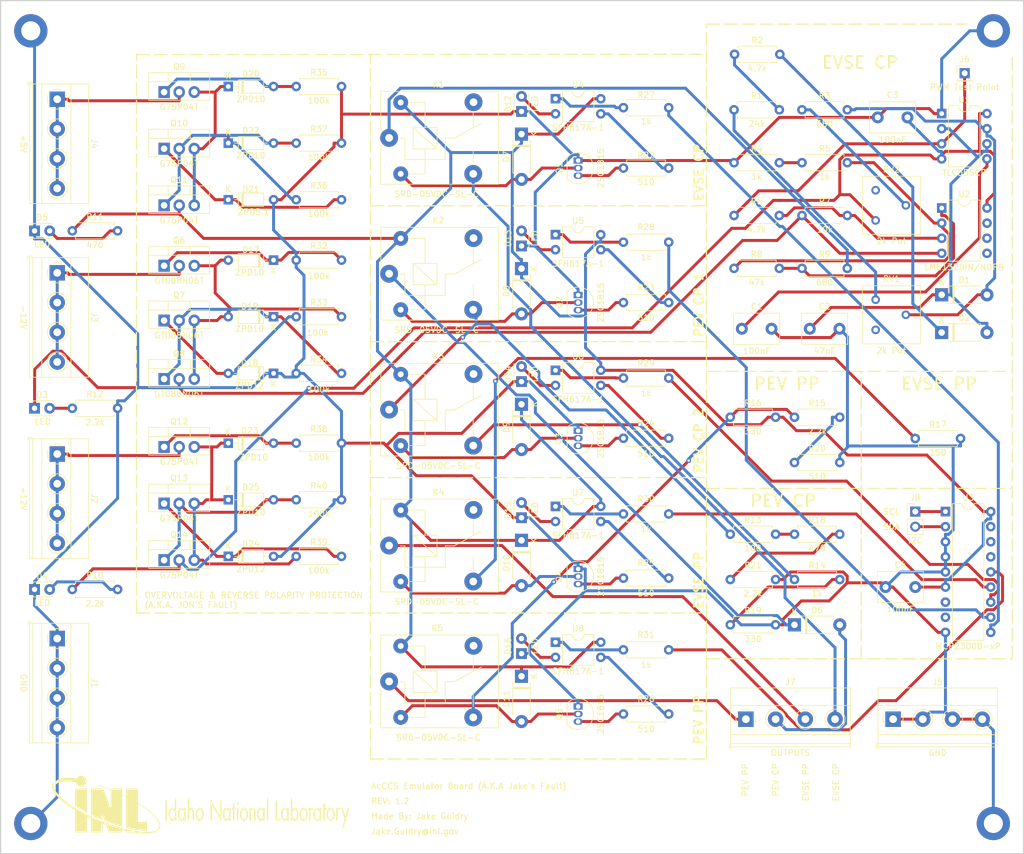
<source format=kicad_pcb>
(kicad_pcb (version 20221018) (generator pcbnew)
  (layers (0 "F.Cu" signal) (31 "B.Cu" signal) (34 "B.Paste" user) (35 "F.Paste" user) (36 "B.SilkS" user "B.Silkscreen") (37 "F.SilkS" user "F.Silkscreen") (38 "B.Mask" user) (39 "F.Mask" user) (44 "Edge.Cuts" user))
  (net 0 "")
  (net 1 "Net-(U1-CTL)")
  (net 2 "/GND")
  (net 3 "Net-(D1-K)")
  (net 4 "/+12V")
  (net 5 "/+5V")
  (net 6 "Net-(D1-A)")
  (net 7 "Net-(D2-K)")
  (net 8 "/-12V")
  (net 9 "Net-(D3-A)")
  (net 10 "Net-(D4-A)")
  (net 11 "Net-(D5-A)")
  (net 12 "Net-(D6-K)")
  (net 13 "Net-(D8-A)")
  (net 14 "Net-(D9-A)")
  (net 15 "Net-(D10-A)")
  (net 16 "Net-(D12-A)")
  (net 17 "Net-(D13-A)")
  (net 18 "Net-(D15-A)")
  (net 19 "/PEV_CP")
  (net 20 "Net-(D20-A)")
  (net 21 "Net-(D22-A)")
  (net 22 "Net-(D16-A)")
  (net 23 "Net-(D23-A)")
  (net 24 "Net-(D17-K)")
  (net 25 "Net-(D25-A)")
  (net 26 "Net-(D18-A)")
  (net 27 "/+12V_IN")
  (net 28 "/-12V_IN")
  (net 29 "/PEV_PP")
  (net 30 "/EVSE_PP")
  (net 31 "/EVSE_CP")
  (net 32 "/+5V_IN")
  (net 33 "/I2C_SCL")
  (net 34 "/I2C_SDA")
  (net 35 "/OPAMP_OUT")
  (net 37 "Net-(K2-Pad3)")
  (net 39 "Net-(K3-Pad3)")
  (net 41 "Net-(K4-Pad3)")
  (net 43 "Net-(K5-Pad3)")
  (net 45 "Net-(R1-Pad1)")
  (net 46 "Net-(U2--)")
  (net 47 "/555_OUT")
  (net 48 "Net-(U2-+)")
  (net 49 "Net-(R26-Pad1)")
  (net 50 "/GP0")
  (net 51 "Net-(R27-Pad2)")
  (net 52 "/GP1")
  (net 53 "Net-(R28-Pad2)")
  (net 54 "/GP2")
  (net 55 "/GP3")
  (net 56 "Net-(R31-Pad2)")
  (net 57 "/GP4")
  (net 63 "Net-(D7-A)")
  (net 64 "Net-(D11-A)")
  (net 65 "Net-(D14-A)")
  (net 66 "Net-(D17-A)")
  (net 67 "Net-(D19-K)")
  (net 68 "Net-(D20-K)")
  (net 69 "Net-(D21-K)")
  (net 70 "Net-(D23-K)")
  (net 71 "Net-(D24-K)")
  (net 72 "Net-(Q1-B)")
  (net 73 "Net-(Q2-B)")
  (net 74 "Net-(Q3-B)")
  (net 75 "Net-(Q4-B)")
  (net 76 "Net-(Q5-B)")
  (net 77 "Net-(R1-Pad2)")
  (net 78 "Net-(R3-Pad1)")
  (net 79 "Net-(R4-Pad2)")
  (net 80 "Net-(R8-Pad2)")
  (net 81 "Net-(R13-Pad2)")
  (net 82 "Net-(R14-Pad2)")
  (net 83 "Net-(R15-Pad2)")
  (net 84 "Net-(R18-Pad2)")
  (net 85 "Net-(R22-Pad1)")
  (net 86 "Net-(R23-Pad1)")
  (net 87 "Net-(R24-Pad1)")
  (net 88 "Net-(R25-Pad1)")
  (net 89 "Net-(R29-Pad2)")
  (net 90 "Net-(R30-Pad2)")
  (footprint "Relay_THT:Relay_SPDT_SANYOU_SRD_Series_Form_C" (layer "F.Cu") (at 121.24 128.3559)
    (fp_text reference "K5")
    (fp_text value "SRD-05VDC-SL-C")
  )
  (footprint "Resistor_THT:R_Axial_DIN0207_L6.3mm_D2.5mm_P7.62mm_Horizontal" (layer "F.Cu") (at 168.275 100.1809 180)
    (fp_text reference "R30")
    (fp_text value "1k")
  )
  (footprint "Resistor_THT:R_Axial_DIN0207_L6.3mm_D2.5mm_P7.62mm_Horizontal" (layer "F.Cu") (at 190.695 58.8659)
    (fp_text reference "R9")
    (fp_text value "680")
  )
  (footprint "LED_THT:LED_D1.8mm_W3.3mm_H2.4mm" (layer "F.Cu") (at 143.51 100.8159 90)
    (fp_text reference "D15")
    (fp_text value "LED")
  )
  (footprint "MountingHole:MountingHole_3.2mm_M3_DIN965_Pad" (layer "F.Cu") (at 222.885 18.9009)
    (fp_text reference "M2" hide)
    (fp_text value "MountingHole_3.2mm_M3_DIN965_Pad")
  )
  (footprint "Capacitor_THT:C_Disc_D7.5mm_W5.0mm_P5.00mm" (layer "F.Cu") (at 192.005 69.0259)
    (fp_text reference "C2")
    (fp_text value "47nF")
  )
  (footprint "Logos:LOGO" (layer "F.Cu") (at 89.535 149.07595)
    (fp_text reference "G***" hide)
    (fp_text value "LOGO" hide)
  )
  (footprint "Package_DIP:DIP-4_W7.62mm" (layer "F.Cu") (at 149.225 121.7659)
    (fp_text reference "U8")
    (fp_text value "SFH617A-1")
  )
  (footprint "TerminalBlock_Phoenix:TerminalBlock_Phoenix_MKDS-1,5-4_1x04_P5.00mm_Horizontal" (layer "F.Cu") (at 65.405 121.1359 -90)
    (fp_text reference "J1")
    (fp_text value "GND")
  )
  (footprint "Capacitor_THT:C_Disc_D7.5mm_W5.0mm_P5.00mm" (layer "F.Cu") (at 180.575 69.0259)
    (fp_text reference "C1")
    (fp_text value "100nF")
  )
  (footprint "Diode_THT:D_DO-35_SOD27_P7.62mm_Horizontal" (layer "F.Cu") (at 101.8 67.0059 180)
    (fp_text reference "D19")
    (fp_text value "ZPD10")
  )
  (footprint "LED_THT:LED_D1.8mm_W3.3mm_H2.4mm" (layer "F.Cu") (at 143.51 77.9209 90)
    (fp_text reference "D14")
    (fp_text value "LED")
  )
  (footprint "Resistor_THT:R_Axial_DIN0207_L6.3mm_D2.5mm_P7.62mm_Horizontal" (layer "F.Cu") (at 179.265 41.0859)
    (fp_text reference "R4")
    (fp_text value "1k")
  )
  (footprint "Capacitor_THT:C_Disc_D7.5mm_W5.0mm_P5.00mm" (layer "F.Cu") (at 203.435 33.4659)
    (fp_text reference "C3")
    (fp_text value "100nF")
  )
  (footprint "Resistor_THT:R_Axial_DIN0207_L6.3mm_D2.5mm_P7.62mm_Horizontal" (layer "F.Cu") (at 67.945 112.8809)
    (fp_text reference "R10")
    (fp_text value "2.2k")
  )
  (footprint "Package_DIP:DIP-8_W7.62mm" (layer "F.Cu") (at 214.2 48.7159)
    (fp_text reference "U2")
    (fp_text value "LM6132BIN/NOPB")
  )
  (footprint "Resistor_THT:R_Axial_DIN0207_L6.3mm_D2.5mm_P7.62mm_Horizontal" (layer "F.Cu") (at 168.275 87.4459 180)
    (fp_text reference "R24")
    (fp_text value "510")
  )
  (footprint "Resistor_THT:R_Axial_DIN0207_L6.3mm_D2.5mm_P7.62mm_Horizontal" (layer "F.Cu") (at 190.695 32.1959)
    (fp_text reference "R3")
    (fp_text value "680")
  )
  (footprint "Resistor_THT:R_Axial_DIN0207_L6.3mm_D2.5mm_P7.62mm_Horizontal" (layer "F.Cu") (at 178.635 83.9059)
    (fp_text reference "R16")
    (fp_text value "330")
  )
  (footprint "Package_TO_SOT_THT:TO-220-3_Vertical" (layer "F.Cu") (at 83.385 77.4759)
    (fp_text reference "Q8")
    (fp_text value "GT088N06T")
  )
  (footprint "Diode_THT:D_DO-35_SOD27_P7.62mm_Horizontal" (layer "F.Cu") (at 94.18 37.7959)
    (fp_text reference "D22")
    (fp_text value "ZPD10")
  )
  (footprint "Diode_THT:D_DO-35_SOD27_P7.62mm_Horizontal" (layer "F.Cu") (at 94.18 107.3209)
    (fp_text reference "D24")
    (fp_text value "ZPD12")
  )
  (footprint "Package_DIP:DIP-4_W7.62mm" (layer "F.Cu") (at 149.225 76.0159)
    (fp_text reference "U6")
    (fp_text value "SFH617A-1")
  )
  (footprint "Connector_PinHeader_2.54mm:PinHeader_1x02_P2.54mm_Vertical" (layer "F.Cu") (at 209.75 99.7809)
    (fp_text reference "J8")
    (fp_text value "I2C")
  )
  (footprint "Diode_THT:D_DO-41_SOD81_P7.62mm_Horizontal" (layer "F.Cu") (at 143.51 127.4859 -90)
    (fp_text reference "D11")
    (fp_text value "~" hide)
  )
  (footprint "Package_DIP:DIP-4_W7.62mm" (layer "F.Cu") (at 149.225 53.1909)
    (fp_text reference "U5")
    (fp_text value "SFH617A-1")
  )
  (footprint "Connector_PinHeader_2.54mm:PinHeader_1x01_P2.54mm_Vertical" (layer "F.Cu") (at 218.059 26.035)
    (fp_text reference "J6")
    (fp_text value "PWM Test Point")
  )
  (footprint "Resistor_THT:R_Axial_DIN0207_L6.3mm_D2.5mm_P7.62mm_Horizontal" (layer "F.Cu") (at 168.275 77.3209 180)
    (fp_text reference "R29")
    (fp_text value "1k")
  )
  (footprint "LED_THT:LED_D1.8mm_W3.3mm_H2.4mm" (layer "F.Cu") (at 61.595 82.4009)
    (fp_text reference "D3")
    (fp_text value "LED")
  )
  (footprint "Potentiometer_THT:Potentiometer_Bourns_3386F_Vertical" (layer "F.Cu") (at 203.085 69.215)
    (fp_text reference "RV1")
    (fp_text value "2k Pot")
  )
  (footprint "Resistor_THT:R_Axial_DIN0207_L6.3mm_D2.5mm_P7.62mm_Horizontal" (layer "F.Cu") (at 178.635 118.8309)
    (fp_text reference "R19")
    (fp_text value "330")
  )
  (footprint "Package_TO_SOT_THT:TO-220-3_Vertical" (layer "F.Cu") (at 83.385 107.9559)
    (fp_text reference "Q14")
    (fp_text value "G75P04T")
  )
  (footprint "Resistor_THT:R_Axial_DIN0207_L6.3mm_D2.5mm_P7.62mm_Horizontal" (layer "F.Cu") (at 168.275 110.9759 180)
    (fp_text reference "R25")
    (fp_text value "510")
  )
  (footprint "Diode_THT:D_DO-35_SOD27_P7.62mm_Horizontal" (layer "F.Cu") (at 101.8 76.5309 180)
    (fp_text reference "D18")
    (fp_text value "ZPD12")
  )
  (footprint "Resistor_THT:R_Axial_DIN0207_L6.3mm_D2.5mm_P7.62mm_Horizontal" (layer "F.Cu") (at 105.61 97.7959)
    (fp_text reference "R40")
    (fp_text value "100k")
  )
  (footprint "LED_THT:LED_D1.8mm_W3.3mm_H2.4mm" (layer "F.Cu") (at 143.51 32.4709 90)
    (fp_text reference "D12")
    (fp_text value "LED")
  )
  (footprint "Package_DIP:DIP-8_W7.62mm" (layer "F.Cu") (at 214.19 32.8309)
    (fp_text reference "U1")
    (fp_text value "TLC555CP")
  )
  (footprint "Relay_THT:Relay_SPDT_SANYOU_SRD_Series_Form_C" (layer "F.Cu") (at 121.24 36.9159)
    (fp_text reference "K1")
    (fp_text value "SRD-05VDC-SL-C")
  )
  (footprint "Diode_THT:D_DO-35_SOD27_P7.62mm_Horizontal" (layer "F.Cu") (at 94.18 97.7959)
    (fp_text reference "D25")
    (fp_text value "ZPD10")
  )
  (footprint "Resistor_THT:R_Axial_DIN0207_L6.3mm_D2.5mm_P7.62mm_Horizontal" (layer "F.Cu") (at 209.75 87.4809)
    (fp_text reference "R17")
    (fp_text value "150")
  )
  (footprint "Resistor_THT:R_Axial_DIN0207_L6.3mm_D2.5mm_P7.62mm_Horizontal" (layer "F.Cu") (at 168.275 31.8359 180)
    (fp_text reference "R27")
    (fp_text value "1k")
  )
  (footprint "Resistor_THT:R_Axial_DIN0207_L6.3mm_D2.5mm_P7.62mm_Horizontal" (layer "F.Cu") (at 168.275 41.9959 180)
    (fp_text reference "R22")
    (fp_text value "510")
  )
  (footprint "Resistor_THT:R_Axial_DIN0207_L6.3mm_D2.5mm_P7.62mm_Horizontal" (layer "F.Cu") (at 105.61 47.3209)
    (fp_text reference "R36")
    (fp_text value "100k")
  )
  (footprint "MountingHole:MountingHole_3.2mm_M3_DIN965_Pad" (layer "F.Cu") (at 60.96 152.2509)
    (fp_text reference "M3" hide)
    (fp_text value "MountingHole_3.2mm_M3_DIN965_Pad")
  )
  (footprint "Resistor_THT:R_Axial_DIN0207_L6.3mm_D2.5mm_P7.62mm_Horizontal" (layer "F.Cu") (at 190.695 49.9759)
    (fp_text reference "R7")
    (fp_text value "10k")
  )
  (footprint "Resistor_THT:R_Axial_DIN0207_L6.3mm_D2.5mm_P7.62mm_Horizontal" (layer "F.Cu") (at 189.43 103.5909)
    (fp_text reference "R18")
    (fp_text value "470")
  )
  (footprint "Diode_THT:D_DO-41_SOD81_P7.62mm_Horizontal" (layer "F.Cu") (at 143.51 58.9059 -90)
    (fp_text reference "D8")
    (fp_text value "~" hide)
  )
  (footprint "Resistor_THT:R_Axial_DIN0207_L6.3mm_D2.5mm_P7.62mm_Horizontal" (layer "F.Cu") (at 105.61 88.2709)
    (fp_text reference "R38")
    (fp_text value "100k")
  )
  (footprint "Diode_THT:D_DO-41_SOD81_P7.62mm_Horizontal" (layer "F.Cu") (at 143.51 104.6259 -90)
    (fp_text reference "D10")
    (fp_text value "~" hide)
  )
  (footprint "Resistor_THT:R_Axial_DIN0207_L6.3mm_D2.5mm_P7.62mm_Horizontal" (layer "F.Cu") (at 179.265 32.1959)
    (fp_text reference "R1")
    (fp_text value "24k")
  )
  (footprint "Resistor_THT:R_Axial_DIN0207_L6.3mm_D2.5mm_P7.62mm_Horizontal" (layer "F.Cu") (at 178.635 111.2109)
    (fp_text reference "R21")
    (fp_text value "2.2k")
  )
  (footprint "Package_TO_SOT_THT:TO-92_Inline" (layer "F.Cu") (at 153.035 109.4309 -90)
    (fp_text reference "Q4")
    (fp_text value "2SC1815")
  )
  (footprint "MountingHole:MountingHole_3.2mm_M3_DIN965_Pad" (layer "F.Cu") (at 60.96 18.9009)
    (fp_text reference "M1" hide)
    (fp_text value "MountingHole_3.2mm_M3_DIN965_Pad")
  )
  (footprint "Potentiometer_THT:Potentiometer_Bourns_3386F_Vertical" (layer "F.Cu") (at 203.085 50.8)
    (fp_text reference "RV2")
    (fp_text value "2k Pot")
  )
  (footprint "Diode_THT:D_DO-41_SOD81_P7.62mm_Horizontal" (layer "F.Cu") (at 214.19 69.6609)
    (fp_text reference "D2")
    (fp_text value "~" hide)
  )
  (footprint "LED_THT:LED_D1.8mm_W3.3mm_H2.4mm" (layer "F.Cu") (at 61.595 52.5559)
    (fp_text reference "D5")
    (fp_text value "LED")
  )
  (footprint "Diode_THT:D_DO-41_SOD81_P7.62mm_Horizontal" (layer "F.Cu") (at 143.51 81.7309 -90)
    (fp_text reference "D9")
    (fp_text value "~" hide)
  )
  (footprint "Package_TO_SOT_THT:TO-220-3_Vertical" (layer "F.Cu") (at 83.385 48.2659)
    (fp_text reference "Q11")
    (fp_text value "G75P04T")
  )
  (footprint "Resistor_THT:R_Axial_DIN0207_L6.3mm_D2.5mm_P7.62mm_Horizontal" (layer "F.Cu") (at 168.275 133.8359 180)
    (fp_text reference "R26")
    (fp_text value "510")
  )
  (footprint "TerminalBlock_Phoenix:TerminalBlock_Phoenix_MKDS-1,5-4_1x04_P5.00mm_Horizontal" (layer "F.Cu") (at 181.255 134.7059)
    (fp_text reference "J7")
    (fp_text value "OUTPUTS")
  )
  (footprint "Package_DIP:DIP-4_W7.62mm" (layer "F.Cu") (at 149.225 98.9109)
    (fp_text reference "U7")
    (fp_text value "SFH617A-1")
  )
  (footprint "Resistor_THT:R_Axial_DIN0207_L6.3mm_D2.5mm_P7.62mm_Horizontal" (layer "F.Cu") (at 113.23 67.0059 180)
    (fp_text reference "R33")
    (fp_text value "100k")
  )
  (footprint "Resistor_THT:R_Axial_DIN0207_L6.3mm_D2.5mm_P7.62mm_Horizontal" (layer "F.Cu") (at 179.3494 22.86)
    (fp_text reference "R2")
    (fp_text value "4.7k")
  )
  (footprint "TerminalBlock_Phoenix:TerminalBlock_Phoenix_MKDS-1,5-4_1x04_P5.00mm_Horizontal" (layer "F.Cu") (at 65.405 30.4109 -90)
    (fp_text reference "J4")
    (fp_text value "+5V")
  )
  (footprint "LED_THT:LED_D1.8mm_W3.3mm_H2.4mm" (layer "F.Cu") (at 143.51 123.6759 90)
    (fp_text reference "D16")
    (fp_text value "LED")
  )
  (footprint "LED_THT:LED_D1.8mm_W3.3mm_H2.4mm" (layer "F.Cu") (at 61.595 112.8809)
    (fp_text reference "D4")
    (fp_text value "LED")
  )
  (footprint "Resistor_THT:R_Axial_DIN0207_L6.3mm_D2.5mm_P7.62mm_Horizontal" (layer "F.Cu") (at 105.61 107.3209)
    (fp_text reference "R39")
    (fp_text value "100k")
  )
  (footprint "Resistor_THT:R_Axial_DIN0207_L6.3mm_D2.5mm_P7.62mm_Horizontal" (layer "F.Cu") (at 168.275 123.0409 180)
    (fp_text reference "R31")
    (fp_text value "1k")
  )
  (footprint "Diode_THT:D_DO-41_SOD81_P7.62mm_Horizontal" (layer "F.Cu") (at 189.43 118.8309)
    (fp_text reference "D6")
    (fp_text value "D" hide)
  )
  (footprint "Package_TO_SOT_THT:TO-220-3_Vertical" (layer "F.Cu") (at 83.385 98.4309)
    (fp_text reference "Q13")
    (fp_text value "G75P04T")
  )
  (footprint "Capacitor_THT:C_Disc_D7.5mm_W5.0mm_P5.00mm" (layer "F.Cu") (at 204.75 112.4809)
    (fp_text reference "C4")
    (fp_text value "100nF")
  )
  (footprint "Resistor_THT:R_Axial_DIN0207_L6.3mm_D2.5mm_P7.62mm_Horizontal" (layer "F.Cu") (at 113.23 76.5309 180)
    (fp_text reference "R34")
    (fp_text value "100k")
  )
  (footprint "Package_TO_SOT_THT:TO-92_Inline" (layer "F.Cu") (at 153.035 40.7259 -90)
    (fp_text reference "Q1")
    (fp_text value "2SC1815")
  )
  (footprint "Package_TO_SOT_THT:TO-92_Inline" (layer "F.Cu") (at 153.035 86.1759 -90)
    (fp_text reference "Q3")
    (fp_text value "2SC1815")
  )
  (footprint "Diode_THT:D_DO-35_SOD27_P7.62mm_Horizontal" (layer "F.Cu") (at 94.18 88.2709)
    (fp_text reference "D23")
    (fp_text value "ZPD10")
  )
  (footprint "Resistor_THT:R_Axial_DIN0207_L6.3mm_D2.5mm_P7.62mm_Horizontal" (layer "F.Cu") (at 105.61 28.2709)
    (fp_text reference "R35")
    (fp_text value "100k")
  )
  (footprint "Package_TO_SOT_THT:TO-92_Inline" (layer "F.Cu") (at 153.035 63.3509 -90)
    (fp_text reference "Q2")
    (fp_text value "2SC1815")
  )
  (footprint "Resistor_THT:R_Axial_DIN0207_L6.3mm_D2.5mm_P7.62mm_Horizontal" (layer "F.Cu") (at 168.275 64.6209 180)
    (fp_text reference "R23")
    (fp_text value "510")
  )
  (footprint "Package_DIP:DIP-18_W7.62mm" (layer "F.Cu") (at 214.83 99.7809)
    (fp_text reference "U3")
    (fp_text value "MCP23008-xP")
  )
  (footprint "Resistor_THT:R_Axial_DIN0207_L6.3mm_D2.5mm_P7.62mm_Horizontal" (layer "F.Cu") (at 105.61 37.7959)
    (fp_text reference "R37")
    (fp_text value "100k")
  )
  (footprint "Resistor_THT:R_Axial_DIN0207_L6.3mm_D2.5mm_P7.62mm_Horizontal" (layer "F.Cu") (at 113.23 57.4809 180)
    (fp_text reference "R32")
    (fp_text value "100k")
  )
  (footprint "MountingHole:MountingHole_3.2mm_M3_DIN965_Pad" (layer "F.Cu") (at 222.885 152.2509)
    (fp_text reference "M4" hide)
    (fp_text value "MountingHole_3.2mm_M3_DIN965_Pad")
  )
  (footprint "Resistor_THT:R_Axial_DIN0207_L6.3mm_D2.5mm_P7.62mm_Horizontal" (layer "F.Cu") (at 189.43 83.9059)
    (fp_text reference "R15")
    (fp_text value "2.2k")
  )
  (footprint "Relay_THT:Relay_SPDT_SANYOU_SRD_Series_Form_C" (layer "F.Cu") (at 121.24 105.4959)
    (fp_text reference "K4")
    (fp_text value "SRD-05VDC-SL-C")
  )
  (footprint "Diode_THT:D_DO-41_SOD81_P7.62mm_Horizontal" (layer "F.Cu") (at 214.19 63.3109)
    (fp_text reference "D1")
    (fp_text value "~" hide)
  )
  (footprint "Package_DIP:DIP-4_W7.62mm" (layer "F.Cu") (at 149.225 30.3309)
    (fp_text reference "U4")
    (fp_text value "SFH617A-1")
  )
  (footprint "TerminalBlock_Phoenix:TerminalBlock_Phoenix_MKDS-1,5-4_1x04_P5.00mm_Horizontal" (layer "F.Cu") (at 65.405 59.6209 -90)
    (fp_text reference "J3")
    (fp_text value "-12V")
  )
  (footprint "TerminalBlock_Phoenix:TerminalBlock_Phoenix_MKDS-1,5-4_1x04_P5.00mm_Horizontal" (layer "F.Cu") (at 65.405 90.1009 -90)
    (fp_text reference "J2")
    (fp_text value "+12V")
  )
  (footprint "Resistor_THT:R_Axial_DIN0207_L6.3mm_D2.5mm_P7.62mm_Horizontal" (layer "F.Cu") (at 179.265 49.9759)
    (fp_text reference "R6")
    (fp_text value "4.7k")
  )
  (footprint "Resistor_THT:R_Axial_DIN0207_L6.3mm_D2.5mm_P7.62mm_Horizontal" (layer "F.Cu") (at 178.635 103.5909)
    (fp_text reference "R13")
    (fp_text value "100")
  )
  (footprint "Resistor_THT:R_Axial_DIN0207_L6.3mm_D2.5mm_P7.62mm_Horizontal" (layer "F.Cu") (at 189.43 111.2109)
    (fp_text reference "R14")
    (fp_text value "1k")
  )
  (footprint "Package_TO_SOT_THT:TO-92_Inline" (layer "F.Cu") (at 153.035 132.5659 -90)
    (fp_text reference "Q5")
    (fp_text value "2SC1815")
  )
  (footprint "Relay_THT:Relay_SPDT_SANYOU_SRD_Series_Form_C" (layer "F.Cu") (at 121.24 59.7759)
    (fp_text reference "K2")
    (fp_text value "SRD-05VDC-SL-C")
  )
  (footprint "Resistor_THT:R_Axial_DIN0207_L6.3mm_D2.5mm_P7.62mm_Horizontal" (layer "F.Cu") (at 179.265 58.8659)
    (fp_text reference "R8")
    (fp_text value "47k")
  )
  (footprint "Resistor_THT:R_Axial_DIN0207_L6.3mm_D2.5mm_P7.62mm_Horizontal" (layer "F.Cu") (at 67.945 82.4009)
    (fp_text reference "R12")
    (fp_text value "2.2k")
  )
  (footprint "Package_TO_SOT_THT:TO-220-3_Vertical" (layer "F.Cu") (at 83.385 67.6409)
    (fp_text reference "Q7")
    (fp_text value "GT088N06T")
  )
  (footprint "Resistor_THT:R_Axial_DIN0207_L6.3mm_D2.5mm_P7.62mm_Horizontal" (layer "F.Cu") (at 190.695 41.0859)
    (fp_text reference "R5")
    (fp_text value "1k")
  )
  (footprint "Diode_THT:D_DO-41_SOD81_P7.62mm_Horizontal" (layer "F.Cu") (at 143.51 36.2809 -90)
    (fp_text reference "D7")
    (fp_text value "~" hide)
  )
  (footprint "Resistor_THT:R_Axial_DIN0207_L6.3mm_D2.5mm_P7.62mm_Horizontal" (layer "F.Cu") (at 189.43 91.5259)
    (fp_text reference "R20")
    (fp_text value "510")
  )
  (footprint "Package_TO_SOT_THT:TO-220-3_Vertical" (layer "F.Cu") (at 83.385 38.7409)
    (fp_text reference "Q10")
    (fp_text value "G75P04T")
  )
  (footprint "LED_THT:LED_D1.8mm_W3.3mm_H2.4mm" (layer "F.Cu") (at 143.51 55.0959 90)
    (fp_text reference "D13")
    (fp_text value "LED")
  )
  (footprint "Diode_THT:D_DO-35_SOD27_P7.62mm_Horizontal" (layer "F.Cu") (at 101.8 57.4809 180)
    (fp_text reference "D17")
    (fp_text value "ZPD10")
  )
  (footprint "Resistor_THT:R_Axial_DIN0207_L6.3mm_D2.5mm_P7.62mm_Horizontal" (layer "F.Cu") (at 168.275 54.4609 180)
    (fp_text reference "R28")
    (fp_text value "1k")
  )
  (footprint "Resistor_THT:R_Axial_DIN0207_L6.3mm_D2.5mm_P7.62mm_Horizontal" (layer "F.Cu") (at 67.945 52.5559)
    (fp_text reference "R11")
    (fp_text value "470")
  )
  (footprint "Package_TO_SOT_THT:TO-220-3_Vertical" (layer "F.Cu") (at 83.385 29.2159)
    (fp_text reference "Q9")
    (fp_text value "G75P04T")
  )
  (footprint "Package_TO_SOT_THT:TO-220-3_Vertical" (layer "F.Cu") (at 83.385 88.9059)
    (fp_text reference "Q12")
    (fp_text value "G75P04T")
  )
  (footprint "Package_TO_SOT_THT:TO-220-3_Vertical" (layer "F.Cu") (at 83.385 58.4259)
    (fp_text reference "Q6")
    (fp_text value "GT088N06T")
  )
  (footprint "TerminalBlock_Phoenix:TerminalBlock_Phoenix_MKDS-1,5-4_1x04_P5.00mm_Horizontal" (layer "F.Cu") (at 206.02 134.7059)
    (fp_text reference "J5")
    (fp_text value "GND")
  )
  (footprint "Relay_THT:Relay_SPDT_SANYOU_SRD_Series_Form_C" (layer "F.Cu") (at 121.24 82.6359)
    (fp_text reference "K3")
    (fp_text value "SRD-05VDC-SL-C")
  )
  (footprint "Diode_THT:D_DO-35_SOD27_P7.62mm_Horizontal" (layer "F.Cu") (at 94.18 28.2709)
    (fp_text reference "D20")
    (fp_text value "ZPD10")
  )
  (footprint "Diode_THT:D_DO-35_SOD27_P7.62mm_Horizontal" (layer "F.Cu") (at 94.18 47.3209)
    (fp_text reference "D21")
    (fp_text value "ZPD5.1")
  )
  (gr_line (start 174.625 17.78) (end 218.44 17.78) (stroke (width 0.2) (type dash)) (layer "F.SilkS"))
  (gr_line (start 174.625 124.54595) (end 226.06 124.54595) (stroke (width 0.2) (type dash)) (layer "F.SilkS"))
  (gr_line (start 200.66 124.54595) (end 200.66 76.2) (stroke (width 0.2) (type dash)) (layer "F.SilkS"))
  (gr_line (start 174.625 141.40595) (end 174.625 17.78) (stroke (width 0.2) (type dash)) (layer "F.SilkS"))
  (gr_line (start 118.11 141.40595) (end 174.625 141.40595) (stroke (width 0.2) (type dash)) (layer "F.SilkS"))
  (gr_line (start 118.11 48.34595) (end 174.825 48.34595) (stroke (width 0.2) (type dash)) (layer "F.SilkS"))
  (gr_line (start 226.06 124.54595) (end 226.06 22.86) (stroke (width 0.2) (type dash)) (layer "F.SilkS"))
  (gr_line (start 174.825 76.2) (end 226.06 76.2) (stroke (width 0.2) (type dash)) (layer "F.SilkS"))
  (gr_line (start 118.11 71.20595) (end 174.825 71.20595) (stroke (width 0.2) (type dash)) (layer "F.SilkS"))
  (gr_line (start 78.74 116.84) (end 78.74 22.91) (stroke (width 0.2) (type dash)) (layer "F.SilkS"))
  (gr_line (start 78.74 22.91) (end 174.625 22.86) (stroke (width 0.2) (type dash)) (layer "F.SilkS"))
  (gr_line (start 78.74 116.84) (end 174.825 116.84) (stroke (width 0.2) (type dash)) (layer "F.SilkS"))
  (gr_line (start 118.11 141.40595) (end 118.11 22.86) (stroke (width 0.2) (type dash)) (layer "F.SilkS"))
  (gr_line (start 118.11 94.06595) (end 174.825 94.06595) (stroke (width 0.2) (type dash)) (layer "F.SilkS"))
  (gr_line (start 174.625 95.885) (end 226.06 95.885) (stroke (width 0.2) (type dash)) (layer "F.SilkS"))
  (gr_rect (start 55.88 13.82095) (end 227.965 157.33095) (stroke (width 0.2)) (fill none) (layer "Edge.Cuts"))
  (gr_text "EVSE CP" (at 174.19 47.71095 90) (layer "F.SilkS") (effects (font (size 1.5 1.5) (thickness 0.3) bold) (justify left bottom)))
  (gr_text "PEV PP" (at 181.16 142.04095 90) (layer "F.SilkS") (effects (font (size 1 1)) (justify right)))
  (gr_text "OVERVOLTAGE & REVERSE POLARITY PROTECTION\n(A.K.A. JON'S FAULT)" (at 80.01 116.05595) (layer "F.SilkS") (effects (font (size 1 1)) (justify left bottom)))
  (gr_text "REV: 1.2" (at 118.11 149.07595) (layer "F.SilkS") (effects (font (size 1 1)) (justify left bottom)))
  (gr_text "PEV PP" (at 174.19 139.15095 90) (layer "F.SilkS") (effects (font (size 1.5 1.5) (thickness 0.3) bold) (justify left bottom)))
  (gr_text "PEV CP 2" (at 174.19 93.43095 90) (layer "F.SilkS") (effects (font (size 1.5 1.5) (thickness 0.3) bold) (justify left bottom)))
  (gr_text "SDA" (at 205.74 102.362) (layer "F.SilkS") (effects (font (size 1 1) (thickness 0.1875))))
  (gr_text "EVSE PP" (at 191.32 142.04095 90) (layer "F.SilkS") (effects (font (size 1 1)) (justify right)))
  (gr_text "EVSE PP\n" (at 207.21 79.46095) (layer "F.SilkS") (effects (font (size 2 2) (thickness 0.3)) (justify left bottom)))
  (gr_text "PEV PP" (at 182.445 79.46095) (layer "F.SilkS") (effects (font (size 2 2) (thickness 0.3)) (justify left bottom)))
  (gr_text "EVSE CP" (at 193.875 25.4) (layer "F.SilkS") (effects (font (size 2 2) (thickness 0.3)) (justify left bottom)))
  (gr_text "EVSE PP" (at 174.19 116.29095 90) (layer "F.SilkS") (effects (font (size 1.5 1.5) (thickness 0.3) bold) (justify left bottom)))
  (gr_text "PEV CP" (at 181.81 99.14595) (layer "F.SilkS") (effects (font (size 2 2) (thickness 0.3)) (justify left bottom)))
  (gr_text "PEV CP 1" (at 174.19 70.57095 90) (layer "F.SilkS") (effects (font (size 1.5 1.5) (thickness 0.3) bold) (justify left bottom)))
  (gr_text "SCL" (at 205.74 99.822) (layer "F.SilkS") (effects (font (size 1 1) (thickness 0.1875))))
  (gr_text "Jake.Guidry@inl.gov" (at 118.11 154.15595) (layer "F.SilkS") (effects (font (size 1 1)) (justify left bottom)))
  (gr_text "AcCCS Emulator Board (A.K.A Jake's Fault)" (at 118.11 146.53595) (layer "F.SilkS") (effects (font (size 1 1)) (justify left bottom)))
  (gr_text "PEV CP\n" (at 186.24 142.04095 90) (layer "F.SilkS") (effects (font (size 1 1)) (justify right)))
  (gr_text "Made By: Jake Guidry" (at 118.11 151.61595) (layer "F.SilkS") (effects (font (size 1 1)) (justify left bottom)))
  (gr_text "EVSE CP" (at 196.4 142.04095 90) (layer "F.SilkS") (effects (font (size 1 1)) (justify right)))
  (segment (start 220.558 42.9547) (end 220.558 53.7354) (width 0.5) (layer "F.Cu") (net 1))
  (segment (start 186.757 62.8438) (end 180.575 69.0259) (width 0.5) (layer "F.Cu") (net 1))
  (segment (start 211.45 62.8438) (end 186.757 62.8438) (width 0.5) (layer "F.Cu") (net 1))
  (segment (start 221.81 41.7028) (end 220.558 42.9547) (width 0.5) (layer "F.Cu") (net 1))
  (segment (start 221.81 40.4509) (end 221.81 41.7028) (width 0.5) (layer "F.Cu") (net 1))
  (segment (start 220.558 53.7354) (end 211.45 62.8438) (width 0.5) (layer "F.Cu") (net 1))
  (segment (start 195.26 114.809) (end 198.302 111.767) (width 0.5) (layer "F.Cu") (net 2))
  (segment (start 113.23 37.7959) (end 111.978 37.7959) (width 0.5) (layer "F.Cu") (net 2))
  (segment (start 204.914 31.9871) (end 212.094 31.9871) (width 0.5) (layer "F.Cu") (net 2))
  (segment (start 187.507 117.892) (end 190.59 114.809) (width 0.5) (layer "F.Cu") (net 2))
  (segment (start 142.158 32.4709) (end 141.709 32.92) (width 0.5) (layer "F.Cu") (net 2))
  (segment (start 141.709 32.92) (end 113.23 32.92) (width 0.5) (layer "F.Cu") (net 2))
  (segment (start 211.02 134.706) (end 206.0201 134.706) (width 0.5) (layer "F.Cu") (net 2))
  (segment (start 214.83 120.101) (end 213.578 120.101) (width 0.5) (layer "F.Cu") (net 2))
  (segment (start 113.23 32.92) (end 113.23 28.2709) (width 0.5) (layer "F.Cu") (net 2))
  (segment (start 111.978 37.7959) (end 111.978 38.3947) (width 0.5) (layer "F.Cu") (net 2))
  (segment (start 185.575 69.0259) (end 187.052 70.5029) (width 0.5) (layer "F.Cu") (net 2))
  (segment (start 188.776 109.941) (end 187.507 111.211) (width 0.5) (layer "F.Cu") (net 2))
  (segment (start 143.51 100.816) (end 142.158 100.816) (width 0.5) (layer "F.Cu") (net 2))
  (segment (start 113.23 32.92) (end 113.23 37.7959) (width 0.5) (layer "F.Cu") (net 2))
  (segment (start 125.824 93.7563) (end 120.765 88.6972) (width 0.5) (layer "F.Cu") (net 2))
  (segment (start 153.035 40.7259) (end 178.905 40.7259) (width 0.5) (layer "F.Cu") (net 2))
  (segment (start 143.51 32.4709) (end 142.158 32.4709) (width 0.5) (layer "F.Cu") (net 2))
  (segment (start 187.507 111.211) (end 186.2551 111.211) (width 0.5) (layer "F.Cu") (net 2))
  (segment (start 142.158 77.9209) (end 143.51 77.9209) (width 0.5) (layer "F.Cu") (net 2))
  (segment (start 187.507 118.831) (end 187.507 117.892) (width 0.5) (layer "F.Cu") (net 2))
  (segment (start 198.302 111.767) (end 198.302 110.626) (width 0.5) (layer "F.Cu") (net 2))
  (segment (start 195.528 70.5029) (end 197.005 69.0259) (width 0.5) (layer "F.Cu") (net 2))
  (segment (start 142.158 100.816) (end 135.098 93.7563) (width 0.5) (layer "F.Cu") (net 2))
  (segment (start 186.2551 118.831) (end 187.507 118.831) (width 0.5) (layer "F.Cu") (net 2))
  (segment (start 221.0199 134.706) (end 216.02 134.706) (width 0.5) (layer "F.Cu") (net 2))
  (segment (start 204.393 112.124) (end 204.036 111.767) (width 0.5) (layer "F.Cu") (net 2))
  (segment (start 111.978 38.3947) (end 103.052 47.3209) (width 0.5) (layer "F.Cu") (net 2))
  (segment (start 212.094 31.9871) (end 212.938 32.8309) (width 0.5) (layer "F.Cu") (net 2))
  (segment (start 135.098 93.7563) (end 125.824 93.7563) (width 0.5) (layer "F.Cu") (net 2))
  (segment (start 133.454 86.6253) (end 142.158 77.9209) (width 0.5) (layer "F.Cu") (net 2))
  (segment (start 213.578 120.101) (end 205.958 112.481) (width 0.5) (layer "F.Cu") (net 2))
  (segment (start 120.765 88.6972) (end 120.339 88.2709) (width 0.5) (layer "F.Cu") (net 2))
  (segment (start 187.052 70.5029) (end 195.528 70.5029) (width 0.5) (layer "F.Cu") (net 2))
  (segment (start 204.036 111.767) (end 198.302 111.767) (width 0.5) (layer "F.Cu") (net 2))
  (segment (start 212.938 32.8309) (end 214.19 32.8309) (width 0.5) (layer "F.Cu") (net 2))
  (segment (start 122.837 86.6253) (end 133.454 86.6253) (width 0.5) (layer "F.Cu") (net 2))
  (segment (start 120.765 88.6972) (end 122.837 86.6253) (width 0.5) (layer "F.Cu") (net 2))
  (segment (start 198.302 110.626) (end 197.617 109.941) (width 0.5) (layer "F.Cu") (net 2))
  (segment (start 103.052 47.3209) (end 101.8 47.3209) (width 0.5) (layer "F.Cu") (net 2))
  (segment (start 120.339 88.2709) (end 113.23 88.2709) (width 0.5) (layer "F.Cu") (net 2))
  (segment (start 190.59 114.809) (end 195.26 114.809) (width 0.5) (layer "F.Cu") (net 2))
  (segment (start 186.885 33.4659) (end 203.435 33.4659) (width 0.5) (layer "F.Cu") (net 2))
  (segment (start 179.265 41.0859) (end 186.885 33.4659) (width 0.5) (layer "F.Cu") (net 2))
  (segment (start 205.958 112.481) (end 204.75 112.481) (width 0.5) (layer "F.Cu") (net 2))
  (segment (start 197.617 109.941) (end 188.776 109.941) (width 0.5) (layer "F.Cu") (net 2))
  (segment (start 203.435 33.4659) (end 204.914 31.9871) (width 0.5) (layer "F.Cu") (net 2))
  (segment (start 101.8 76.5309) (end 103.052 76.5309) (width 0.5) (layer "B.Cu") (net 2))
  (segment (start 78.9487 78.9299) (end 78.9487 69.9096) (width 0.5) (layer "B.Cu") (net 2))
  (segment (start 75.565 82.4009) (end 75.565 81.149) (width 0.5) (layer "B.Cu") (net 2))
  (segment (start 214.83 104.8609) (end 214.83 103.609) (width 0.5) (layer "B.Cu") (net 2))
  (segment (start 65.405 136.1359) (end 65.405 131.1359) (width 0.5) (layer "B.Cu") (net 2))
  (segment (start 145.824 55.0959) (end 145.824 55.1625) (width 0.5) (layer "B.Cu") (net 2))
  (segment (start 105.61 57.4809) (end 105.61 56.229) (width 0.5) (layer "B.Cu") (net 2))
  (segment (start 143.5101 100.816) (end 144.862 100.816) (width 0.5) (layer "B.Cu") (net 2))
  (segment (start 103.052 76.5309) (end 103.678 77.1568) (width 0.5) (layer "B.Cu") (net 2))
  (segment (start 215.378 103.609) (end 216.125 102.862) (width 0.5) (layer "B.Cu") (net 2))
  (segment (start 214.83 120.101) (end 214.83 133.516) (width 0.5) (layer "B.Cu") (net 2))
  (segment (start 153.035 132.5659) (end 153.035 131.589) (width 0.5) (layer "B.Cu") (net 2))
  (segment (start 144.862 100.816) (end 152.5 108.454) (width 0.5) (layer "B.Cu") (net 2))
  (segment (start 113.23 97.7959) (end 111.978 97.7959) (width 0.5) (layer "B.Cu") (net 2))
  (segment (start 221.02 134.706) (end 222.885 136.571) (width 0.5) (layer "B.Cu") (net 2))
  (segment (start 61.595 53.9078) (end 61.595 52.5559) (width 0.5) (layer "B.Cu") (net 2))
  (segment (start 153.035 62.374) (end 153.035 63.3509) (width 0.5) (layer "B.Cu") (net 2))
  (segment (start 214.83 133.516) (end 212.21 133.516) (width 0.5) (layer "B.Cu") (net 2))
  (segment (start 217.37 88.7328) (end 216.134 88.7328) (width 0.5) (layer "B.Cu") (net 2))
  (segment (start 214.83 109.9409) (end 214.83 107.4009) (width 0.5) (layer "B.Cu") (net 2))
  (segment (start 154.237 109.431) (end 154.237 113.11) (width 0.5) (layer "B.Cu") (net 2))
  (segment (start 63.1825 150.0285) (end 65.405 147.806) (width 0.5) (layer "B.Cu") (net 2))
  (segment (start 144.862 77.9209) (end 143.51 77.9209) (width 0.5) (layer "B.Cu") (net 2))
  (segment (start 152.14 85.199) (end 144.862 77.9209) (width 0.5) (layer "B.Cu") (net 2))
  (segment (start 106.92 60.0426) (end 106.92 73.9692) (width 0.5) (layer "B.Cu") (net 2))
  (segment (start 198.339 88.9849) (end 197.05 90.274) (width 0.5) (layer "B.Cu") (net 2))
  (segment (start 198.339 88.7421) (end 198.339 88.9849) (width 0.5) (layer "B.Cu") (net 2))
  (segment (start 65.405 126.1359) (end 65.405 121.1359) (width 0.5) (layer "B.Cu") (net 2))
  (segment (start 153.035 40.7259) (end 153.035 39.749) (width 0.5) (layer "B.Cu") (net 2))
  (segment (start 214.83 103.609) (end 215.378 103.609) (width 0.5) (layer "B.Cu") (net 2))
  (segment (start 143.51 32.4709) (end 144.862 32.4709) (width 0.5) (layer "B.Cu") (net 2))
  (segment (start 98.1491 78.9299) (end 78.9487 78.9299) (width 0.5) (layer "B.Cu") (net 2))
  (segment (start 214.19 32.8309) (end 214.19 23.636103) (width 0.5) (layer "B.Cu") (net 2))
  (segment (start 180.455 118.831) (end 186.255 118.831) (width 0.5) (layer "B.Cu") (net 2))
  (segment (start 78.9487 69.9096) (end 62.9469 53.9078) (width 0.5) (layer "B.Cu") (net 2))
  (segment (start 216.134 88.7328) (end 216.125 88.7421) (width 0.5) (layer "B.Cu") (net 2))
  (segment (start 152.775 131.589) (end 144.862 123.676) (width 0.5) (layer "B.Cu") (net 2))
  (segment (start 197.05 90.274) (end 197.05 91.5259) (width 0.5) (layer "B.Cu") (net 2))
  (segment (start 197.005 69.0259) (end 198.339 70.36) (width 0.5) (layer "B.Cu") (net 2))
  (segment (start 106.862 76.5309) (end 113.23 82.899) (width 0.5) (layer "B.Cu") (net 2))
  (segment (start 61.595 115.574) (end 61.595 112.8809) (width 0.5) (layer "B.Cu") (net 2))
  (segment (start 198.339 70.36) (end 198.339 88.7421) (width 0.5) (layer "B.Cu") (net 2))
  (segment (start 105.61 77.1568) (end 105.61 76.5309) (width 0.5) (layer "B.Cu") (net 2))
  (segment (start 106.92 73.9692) (end 105.61 75.279) (width 0.5) (layer "B.Cu") (net 2))
  (segment (start 145.824 55.0959) (end 145.824 46.0655) (width 0.5) (layer "B.Cu") (net 2))
  (segment (start 153.035 108.454) (end 153.035 109.4309) (width 0.5) (layer "B.Cu") (net 2))
  (segment (start 207.29 109.941) (end 214.83 109.941) (width 0.5) (layer "B.Cu") (net 2))
  (segment (start 63.1825 150.0285) (end 63.1824 150.0285) (width 0.25) (layer "B.Cu") (net 2))
  (segment (start 212.21 133.516) (end 211.615 134.111) (width 0.5) (layer "B.Cu") (net 2))
  (segment (start 76.7296 81.149) (end 78.9487 78.9299) (width 0.5) (layer "B.Cu") (net 2))
  (segment (start 218.925203 18.9009) (end 222.885 18.9009) (width 0.5) (layer "B.Cu") (net 2))
  (segment (start 62.9469 53.9078) (end 61.595 53.9078) (width 0.5) (layer "B.Cu") (net 2))
  (segment (start 143.51 55.0959) (end 145.824 55.0959) (width 0.5) (layer "B.Cu") (net 2))
  (segment (start 105.61 75.279) (end 105.61 76.5309) (width 0.5) (layer "B.Cu") (net 2))
  (segment (start 214.83 133.516) (end 216.02 134.7059) (width 0.5) (layer "B.Cu") (net 2))
  (segment (start 105.61 76.5309) (end 106.862 76.5309) (width 0.5) (layer "B.Cu") (net 2))
  (segment (start 75.565 97.559) (end 75.565 82.4009) (width 0.5) (layer "B.Cu") (net 2))
  (segment (start 101.8 52.419) (end 101.8 47.3209) (width 0.5) (layer "B.Cu") (net 2))
  (segment (start 61.595 112.8809) (end 61.595 111.529) (width 0.5) (layer "B.Cu") (net 2))
  (segment (start 204.7501 112.4809) (end 207.29 109.941) (width 0.5) (layer "B.Cu") (net 2))
  (segment (start 65.405 119.384) (end 61.595 115.574) (width 0.5) (layer "B.Cu") (net 2))
  (segment (start 154.237 113.11) (end 174.735 113.11) (width 0.5) (layer "B.Cu") (net 2))
  (segment (start 154.237 113.11) (end 144.862 122.486) (width 0.5) (layer "B.Cu") (net 2))
  (segment (start 63.1824 150.0285) (end 60.96 152.2509) (width 0.25) (layer "B.Cu") (net 2))
  (segment (start 153.035 85.199) (end 152.14 85.199) (width 0.5) (layer "B.Cu") (net 2))
  (segment (start 216.125 102.862) (end 216.125 88.7421) (width 0.5) (layer "B.Cu") (net 2))
  (segment (start 65.405 147.806) (end 65.405 136.1359) (width 0.5) (layer "B.Cu") (net 2))
  (segment (start 65.405 131.1359) (end 65.405 126.1359) (width 0.5) (layer "B.Cu") (net 2))
  (segment (start 105.61 57.4809) (end 105.61 58.7328) (width 0.5) (layer "B.Cu") (net 2))
  (segment (start 113.23 97.7959) (end 113.23 88.2709) (width 0.5) (layer "B.Cu") (net 2))
  (segment (start 145.824 46.0655) (end 152.14 39.749) (width 0.5) (layer "B.Cu") (net 2))
  (segment (start 153.035 39.749) (end 152.14 39.749) (width 0.5) (layer "B.Cu") (net 2))
  (segment (start 103.052 107.321) (end 101.8001 107.321) (width 0.5) (layer "B.Cu") (net 2))
  (segment (start 100.548 76.5309) (end 98.1491 78.9299) (width 0.5) (layer "B.Cu") (net 2))
  (segment (start 111.978 98.3947) (end 103.052 107.321) (width 0.5) (layer "B.Cu") (net 2))
  (segment (start 144.862 122.486) (end 144.862 123.676) (width 0.5) (layer "B.Cu") (net 2))
  (segment (start 61.595 111.529) (end 75.565 97.559) (width 0.5) (layer "B.Cu") (net 2))
  (segment (start 113.23 82.899) (end 113.23 88.2709) (width 0.5) (layer "B.Cu") (net 2))
  (segment (start 101.8 76.5309) (end 100.548 76.5309) (width 0.5) (layer "B.Cu") (net 2))
  (segment (start 105.61 56.229) (end 101.8 52.419) (width 0.5) (layer "B.Cu") (net 2))
  (segment (start 65.405 121.1359) (end 65.405 119.384) (width 0.5) (layer "B.Cu") (net 2))
  (segment (start 153.035 131.589) (end 152.775 131.589) (width 0.5) (layer "B.Cu") (net 2))
  (segment (start 217.37 87.4809) (end 217.37 88.7328) (width 0.5) (layer "B.Cu") (net 2))
  (segment (start 75.565 81.149) (end 76.7296 81.149) (width 0.5) (layer "B.Cu") (net 2))
  (segment (start 143.5101 123.676) (end 144.862 123.676) (width 0.5) (layer "B.Cu") (net 2))
  (segment (start 145.824 55.1625) (end 153.035 62.374) (width 0.5) (layer "B.Cu") (net 2))
  (segment (start 174.735 113.11) (end 180.455 118.831) (width 0.5) (layer "B.Cu") (net 2))
  (segment (start 153.035 109.431) (end 154.237 109.431) (width 0.5) (layer "B.Cu") (net 2))
  (segment (start 111.978 97.7959) (end 111.978 98.3947) (width 0.5) (layer "B.Cu") (net 2))
  (segment (start 61.595 19.5359) (end 61.595 52.5559) (width 0.5) (layer "B.Cu") (net 2))
  (segment (start 144.862 32.4709) (end 152.14 39.749) (width 0.5) (layer "B.Cu") (net 2))
  (segment (start 214.19 23.636103) (end 218.925203 18.9009) (width 0.5) (layer "B.Cu") (net 2))
  (segment (start 214.83 107.4009) (end 214.83 104.8609) (width 0.5) (layer "B.Cu") (net 2))
  (segment (start 198.339 88.7421) (end 216.125 88.7421) (width 0.5) (layer "B.Cu") (net 2))
  (segment (start 103.678 77.1568) (end 105.61 77.1568) (width 0.5) (layer "B.Cu") (net 2))
  (segment (start 105.61 58.7328) (end 106.92 60.0426) (width 0.5) (layer "B.Cu") (net 2))
  (segment (start 152.5 108.454) (end 153.035 108.454) (width 0.5) (layer "B.Cu") (net 2))
  (segment (start 60.96 152.251) (end 63.1825 150.0285) (width 0.5) (layer "B.Cu") (net 2))
  (segment (start 153.035 86.1759) (end 153.035 85.199) (width 0.5) (layer "B.Cu") (net 2))
  (segment (start 222.885 136.571) (end 222.885 152.2509) (width 0.5) (layer "B.Cu") (net 2))
  (segment (start 195.594 65.4371) (end 210.512 65.4371) (width 0.5) (layer "F.Cu") (net 3))
  (segment (start 210.512 65.4371) (end 212.638 63.3109) (width 0.5) (layer "F.Cu") (net 3))
  (segment (start 192.005 69.0259) (end 195.594 65.4371) (width 0.5) (layer "F.Cu") (net 3))
  (segment (start 212.638 63.3109) (end 214.19 63.3109) (width 0.5) (layer "F.Cu") (net 3))
  (segment (start 221.81 39.1628) (end 221.262 39.1628) (width 0.5) (layer "B.Cu") (net 3))
  (segment (start 221.81 68.109) (end 220.54 68.109) (width 0.5) (layer "B.Cu") (net 3))
  (segment (start 215.742 44.6832) (end 215.742 63.3109) (width 0.5) (layer "B.Cu") (net 3))
  (segment (start 220.248 40.177) (end 215.742 44.6832) (width 0.5) (layer "B.Cu") (net 3))
  (segment (start 221.81 37.9109) (end 221.81 39.1628) (width 0.5) (layer "B.Cu") (net 3))
  (segment (start 221.262 39.1628) (end 220.248 40.177) (width 0.5) (layer "B.Cu") (net 3))
  (segment (start 214.19 63.3109) (end 215.742 63.3109) (width 0.5) (layer "B.Cu") (net 3))
  (segment (start 220.248 40.177) (end 215.442 35.3709) (width 0.5) (layer "B.Cu") (net 3))
  (segment (start 215.442 35.3709) (end 214.19 35.3709) (width 0.5) (layer "B.Cu") (net 3))
  (segment (start 220.54 68.109) (end 215.742 63.3109) (width 0.5) (layer "B.Cu") (net 3))
  (segment (start 221.81 69.6609) (end 221.81 68.109) (width 0.5) (layer "B.Cu") (net 3))
  (segment (start 196.088 47.4338) (end 197.052 46.4702) (width 0.5) (layer "F.Cu") (net 4))
  (segment (start 115.296 79.0339) (end 125.454 68.8754) (width 0.5) (layer "F.Cu") (net 4))
  (segment (start 71.4181 109.408) (end 69.6816 111.1445) (width 0.5) (layer "F.Cu") (net 4))
  (segment (start 220.558 39.1809) (end 222.358 39.1809) (width 0.5) (layer "F.Cu") (net 4))
  (segment (start 69.6816 111.1445) (end 69.6814 111.1445) (width 0.25) (layer "F.Cu") (net 4))
  (segment (start 222.358 39.1809) (end 223.072 39.8948) (width 0.5) (layer "F.Cu") (net 4))
  (segment (start 214.834 39.1809) (end 220.558 39.1809) (width 0.5) (layer "F.Cu") (net 4))
  (segment (start 198.755 46.4702) (end 203.085 50.8) (width 0.5) (layer "F.Cu") (net 4))
  (segment (start 85.925 107.956) (end 85.925 109.408) (width 0.5) (layer "F.Cu") (net 4))
  (segment (start 214.19 40.4509) (end 213.564 40.4509) (width 0.5) (layer "F.Cu") (net 4))
  (segment (start 178.876 52.133) (end 181.171 52.133) (width 0.5) (layer "F.Cu") (net 4))
  (segment (start 85.925 109.408) (end 71.4181 109.408) (width 0.5) (layer "F.Cu") (net 4))
  (segment (start 223.072 46.2122) (end 221.82 47.464) (width 0.5) (layer "F.Cu") (net 4))
  (segment (start 212.938 40.4509) (end 212.293 39.8061) (width 0.5) (layer "F.Cu") (net 4))
  (segment (start 69.6814 111.1445) (end 67.945 112.8809) (width 0.25) (layer "F.Cu") (net 4))
  (segment (start 197.052 40.5724) (end 197.052 46.4702) (width 0.5) (layer "F.Cu") (net 4))
  (segment (start 212.293 39.8061) (end 197.818 39.8061) (width 0.5) (layer "F.Cu") (net 4))
  (segment (start 162.134 68.8754) (end 178.876 52.133) (width 0.5) (layer "F.Cu") (net 4))
  (segment (start 223.072 39.8948) (end 223.072 46.2122) (width 0.5) (layer "F.Cu") (net 4))
  (segment (start 197.818 39.8061) (end 197.052 40.5724) (width 0.5) (layer "F.Cu") (net 4))
  (segment (start 213.564 40.4509) (end 214.834 39.1809) (width 0.5) (layer "F.Cu") (net 4))
  (segment (start 197.052 46.4702) (end 198.755 46.4702) (width 0.5) (layer "F.Cu") (net 4))
  (segment (start 181.171 52.133) (end 185.87 47.4338) (width 0.5) (layer "F.Cu") (net 4))
  (segment (start 220.558 32.8309) (end 221.81 32.8309) (width 0.5) (layer "F.Cu") (net 4))
  (segment (start 213.564 40.4509) (end 212.938 40.4509) (width 0.5) (layer "F.Cu") (net 4))
  (segment (start 107.734 79.0339) (end 115.296 79.0339) (width 0.5) (layer "F.Cu") (net 4))
  (segment (start 125.454 68.8754) (end 162.134 68.8754) (width 0.5) (layer "F.Cu") (net 4))
  (segment (start 69.6816 111.1445) (end 67.945 112.881) (width 0.5) (layer "F.Cu") (net 4))
  (segment (start 220.558 39.1809) (end 220.558 32.8309) (width 0.5) (layer "F.Cu") (net 4))
  (segment (start 221.82 47.464) (end 221.82 48.7159) (width 0.5) (layer "F.Cu") (net 4))
  (segment (start 185.87 47.4338) (end 196.088 47.4338) (width 0.5) (layer "F.Cu") (net 4))
  (via (at 107.734 79.0339) (size 0.8) (drill 0.4) (layers "F.Cu" "B.Cu") (net 4))
  (segment (start 95.4319 103.03) (end 95.4319 91.3358) (width 0.5) (layer "B.Cu") (net 4))
  (segment (start 88.9792 109.482) (end 95.4319 103.03) (width 0.5) (layer "B.Cu") (net 4))
  (segment (start 214.19 39.199) (end 213.707 39.199) (width 0.5) (layer "B.Cu") (net 4))
  (segment (start 213.707 39.199) (end 208.435 33.9272) (width 0.5) (layer "B.Cu") (net 4))
  (segment (start 87.4516 109.482) (end 88.9792 109.482) (width 0.5) (layer "B.Cu") (net 4))
  (segment (start 214.19 40.4509) (end 214.19 39.199) (width 0.5) (layer "B.Cu") (net 4))
  (segment (start 85.925 107.956) (end 87.4516 109.482) (width 0.5) (layer "B.Cu") (net 4))
  (segment (start 95.4319 91.3358) (end 107.734 79.0339) (width 0.5) (layer "B.Cu") (net 4))
  (segment (start 143.51 127.4859) (end 143.51 125.904) (width 0.5) (layer "F.Cu") (net 5))
  (segment (start 155.593 98.9109) (end 149.878 104.626) (width 0.5) (layer "F.Cu") (net 5))
  (segment (start 198.359 90.2755) (end 194.257 86.1732) (width 0.5) (layer "F.Cu") (net 5))
  (segment (start 183.747 85.1618) (end 178.12 85.1618) (width 0.5) (layer "F.Cu") (net 5))
  (segment (start 222.45 99.7809) (end 221.198 99.7809) (width 0.5) (layer "F.Cu") (net 5))
  (segment (start 211.693 90.2755) (end 198.359 90.2755) (width 0.5) (layer "F.Cu") (net 5))
  (segment (start 156.845 30.3309) (end 155.593 30.3309) (width 0.5) (layer "F.Cu") (net 5))
  (segment (start 189.774 86.1732) (end 187.507 83.9059) (width 0.5) (layer "F.Cu") (net 5))
  (segment (start 155.593 121.766) (end 156.8449 121.766) (width 0.5) (layer "F.Cu") (net 5))
  (segment (start 85.925 49.7161) (end 90.0348 53.8259) (width 0.5) (layer "F.Cu") (net 5))
  (segment (start 70.7831 49.7178) (end 67.945 52.5559) (width 0.5) (layer "F.Cu") (net 5))
  (segment (start 85.925 48.2659) (end 85.925 49.7161) (width 0.5) (layer "F.Cu") (net 5))
  (segment (start 151.454 125.904) (end 155.593 121.766) (width 0.5) (layer "F.Cu") (net 5))
  (segment (start 168.975 76.0159) (end 156.845 76.0159) (width 0.5) (layer "F.Cu") (net 5))
  (segment (start 187.507 83.9059) (end 186.255 83.9059) (width 0.5) (layer "F.Cu") (net 5))
  (segment (start 194.257 86.1732) (end 189.774 86.1732) (width 0.5) (layer "F.Cu") (net 5))
  (segment (start 126.689 125.904) (end 143.51 125.904) (width 0.5) (layer "F.Cu") (net 5))
  (segment (start 155.593 30.3309) (end 149.643 36.2809) (width 0.5) (layer "F.Cu") (net 5))
  (segment (start 128.27 104.626) (end 123.19 99.5459) (width 0.5) (layer "F.Cu") (net 5))
  (segment (start 185.003 83.9059) (end 183.747 85.1618) (width 0.5) (layer "F.Cu") (net 5))
  (segment (start 143.51 125.904) (end 151.454 125.904) (width 0.5) (layer "F.Cu") (net 5))
  (segment (start 214.83 112.481) (end 209.75 112.481) (width 0.5) (layer "F.Cu") (net 5))
  (segment (start 221.198 99.7809) (end 211.693 90.2755) (width 0.5) (layer "F.Cu") (net 5))
  (segment (start 143.5101 104.626) (end 128.27 104.626) (width 0.5) (layer "F.Cu") (net 5))
  (segment (start 123.19 122.406) (end 126.689 125.904) (width 0.5) (layer "F.Cu") (net 5))
  (segment (start 156.845 98.9109) (end 155.593 98.9109) (width 0.5) (layer "F.Cu") (net 5))
  (segment (start 85.9233 49.7178) (end 70.7831 49.7178) (width 0.5) (layer "F.Cu") (net 5))
  (segment (start 90.0348 53.8259) (end 123.19 53.8259) (width 0.5) (layer "F.Cu") (net 5))
  (segment (start 149.643 36.2809) (end 143.51 36.2809) (width 0.5) (layer "F.Cu") (net 5))
  (segment (start 149.878 104.626) (end 143.5101 104.626) (width 0.5) (layer "F.Cu") (net 5))
  (segment (start 178.12 85.1618) (end 168.975 76.0159) (width 0.5) (layer "F.Cu") (net 5))
  (segment (start 186.255 83.9059) (end 185.003 83.9059) (width 0.5) (layer "F.Cu") (net 5))
  (segment (start 85.925 49.7161) (end 85.9233 49.7178) (width 0.5) (layer "F.Cu") (net 5))
  (segment (start 124.895 97.8413) (end 124.895 78.3905) (width 0.5) (layer "B.Cu") (net 5))
  (segment (start 215.349 111.229) (end 214.83 111.229) (width 0.5) (layer "B.Cu") (net 5))
  (segment (start 154.277 56.4631) (end 154.277 66.885) (width 0.5) (layer "B.Cu") (net 5))
  (segment (start 124.902 120.694) (end 123.1901 122.4059) (width 0.5) (layer "B.Cu") (net 5))
  (segment (start 141.958 39.3847) (end 131.609 39.3847) (width 0.5) (layer "B.Cu") (net 5))
  (segment (start 156.845 74.764) (end 156.845 76.0159) (width 0.5) (layer "B.Cu") (net 5))
  (segment (start 143.51 58.9059) (end 143.51 57.354) (width 0.5) (layer "B.Cu") (net 5))
  (segment (start 221.902 101.033) (end 221.198 101.737) (width 0.5) (layer "B.Cu") (net 5))
  (segment (start 154.277 66.885) (end 149.937 66.885) (width 0.5) (layer "B.Cu") (net 5))
  (segment (start 143.51 60.4578) (end 143.51 58.9059) (width 0.5) (layer "B.Cu") (net 5))
  (segment (start 123.19 99.5459) (end 124.895 97.8413) (width 0.5) (layer "B.Cu") (net 5))
  (segment (start 124.895 78.3905) (end 123.19 76.6859) (width 0.5) (layer "B.Cu") (net 5))
  (segment (start 221.198 101.737) (end 221.198 105.38) (width 0.5) (layer "B.Cu") (net 5))
  (segment (start 141.96 56.0452) (end 141.96 51.5347) (width 0.5) (layer "B.Cu") (net 5))
  (segment (start 156.845 98.9109) (end 156.845 97.659) (width 0.5) (layer "B.Cu") (net 5))
  (segment (start 141.958 51.5332) (end 141.958 39.3847) (width 0.5) (layer "B.Cu") (net 5))
  (segment (start 156.845 97.659) (end 143.51 84.324) (width 0.5) (layer "B.Cu") (net 5))
  (segment (start 123.19 99.5459) (end 124.902 101.258) (width 0.5) (layer "B.Cu") (net 5))
  (segment (start 119.282 72.7781) (end 123.19 76.6859) (width 0.5) (layer "B.Cu") (net 5))
  (segment (start 143.268 57.354) (end 141.96 56.0452) (width 0.5) (layer "B.Cu") (net 5))
  (segment (start 123.19 53.8259) (end 119.282 57.7337) (width 0.5) (layer "B.Cu") (net 5))
  (segment (start 143.51 37.8328) (end 141.958 39.3847) (width 0.5) (layer "B.Cu") (net 5))
  (segment (start 131.609 39.3847) (end 123.19 30.9659) (width 0.5) (layer "B.Cu") (net 5))
  (segment (start 221.198 105.38) (end 215.349 111.229) (width 0.5) (layer "B.Cu") (net 5))
  (segment (start 149.937 66.885) (end 143.51 60.4578) (width 0.5) (layer "B.Cu") (net 5))
  (segment (start 156.845 53.1909) (end 156.845 54.4428) (width 0.5) (layer "B.Cu") (net 5))
  (segment (start 143.51 36.2809) (end 143.51 37.8328) (width 0.5) (layer "B.Cu") (net 5))
  (segment (start 131.609 45.4071) (end 123.19 53.8259) (width 0.5) (layer "B.Cu") (net 5))
  (segment (start 124.902 101.258) (end 124.902 120.694) (width 0.5) (layer "B.Cu") (net 5))
  (segment (start 222.45 101.033) (end 221.902 101.033) (width 0.5) (layer "B.Cu") (net 5))
  (segment (start 143.51 84.324) (end 143.51 81.7309) (width 0.5) (layer "B.Cu") (net 5))
  (segment (start 154.277 72.196) (end 156.845 74.764) (width 0.5) (layer "B.Cu") (net 5))
  (segment (start 119.282 57.7337) (end 119.282 72.7781) (width 0.5) (layer "B.Cu") (net 5))
  (segment (start 156.297 54.4428) (end 154.277 56.4631) (width 0.5) (layer "B.Cu") (net 5))
  (segment (start 131.609 39.3847) (end 131.609 45.4071) (width 0.5) (layer "B.Cu") (net 5))
  (segment (start 141.96 51.5347) (end 141.958 51.5332) (width 0.5) (layer "B.Cu") (net 5))
  (segment (start 214.83 111.229) (end 214.83 112.4809) (width 0.5) (layer "B.Cu") (net 5))
  (segment (start 154.277 66.885) (end 154.277 72.196) (width 0.5) (layer "B.Cu") (net 5))
  (segment (start 143.51 57.354) (end 143.268 57.354) (width 0.5) (layer "B.Cu") (net 5))
  (segment (start 156.845 54.4428) (end 156.297 54.4428) (width 0.5) (layer "B.Cu") (net 5))
  (segment (start 222.45 99.7809) (end 222.45 101.033) (width 0.5) (layer "B.Cu") (net 5))
  (segment (start 221.81 63.3109) (end 220.258 63.3109) (width 0.5) (layer "F.Cu") (net 6))
  (segment (start 220.258 63.3109) (end 216.894 66.675) (width 0.5) (layer "F.Cu") (net 6))
  (segment (start 216.894 66.675) (end 208.165 66.675) (width 0.5) (layer "F.Cu") (net 6))
  (segment (start 223.1 60.4694) (end 223.1 37.3936) (width 0.5) (layer "B.Cu") (net 6))
  (segment (start 211.432 34.1008) (end 219.914 34.1008) (width 0.5) (layer "B.Cu") (net 6))
  (segment (start 198.315 32.1959) (end 199.567 32.1959) (width 0.5) (layer "B.Cu") (net 6))
  (segment (start 199.567 32.1959) (end 199.762 32.0007) (width 0.5) (layer "B.Cu") (net 6))
  (segment (start 221.81 61.759) (end 223.1 60.4694) (width 0.5) (layer "B.Cu") (net 6))
  (segment (start 221.81 35.3709) (end 221.81 35.9968) (width 0.5) (layer "B.Cu") (net 6))
  (segment (start 209.332 32.0007) (end 211.432 34.1008) (width 0.5) (layer "B.Cu") (net 6))
  (segment (start 223.1 37.3936) (end 222.329 36.6228) (width 0.5) (layer "B.Cu") (net 6))
  (segment (start 199.762 32.0007) (end 209.332 32.0007) (width 0.5) (layer "B.Cu") (net 6))
  (segment (start 221.81 36.6228) (end 221.81 35.9968) (width 0.5) (layer "B.Cu") (net 6))
  (segment (start 221.81 63.3109) (end 221.81 61.759) (width 0.5) (layer "B.Cu") (net 6))
  (segment (start 219.914 34.1008) (end 221.81 35.9968) (width 0.5) (layer "B.Cu") (net 6))
  (segment (start 222.329 36.6228) (end 221.81 36.6228) (width 0.5) (layer "B.Cu") (net 6))
  (segment (start 186.9694 22.86) (end 209.335 45.2256) (width 0.5) (layer "B.Cu") (net 7))
  (segment (start 209.335 45.2256) (end 209.335 64.8059) (width 0.5) (layer "B.Cu") (net 7))
  (segment (start 209.335 64.8059) (end 214.19 69.6609) (width 0.5) (layer "B.Cu") (net 7))
  (segment (start 127.13 69.6185) (end 165.252 69.6185) (width 0.5) (layer "F.Cu") (net 8))
  (segment (start 85.925 77.4759) (end 85.925 78.927) (width 0.5) (layer "F.Cu") (net 8))
  (segment (start 64.663 72.8084) (end 61.595 75.8764) (width 0.5) (layer "F.Cu") (net 8))
  (segment (start 214.2 56.3359) (end 197.055 56.3359) (width 0.5) (layer "F.Cu") (net 8))
  (segment (start 180.702 54.1694) (end 186.502 54.1694) (width 0.5) (layer "F.Cu") (net 8))
  (segment (start 86.8841 79.8861) (end 116.863 79.8861) (width 0.5) (layer "F.Cu") (net 8))
  (segment (start 165.252 69.6185) (end 180.702 54.1694) (width 0.5) (layer "F.Cu") (net 8))
  (segment (start 116.863 79.8861) (end 127.13 69.6185) (width 0.5) (layer "F.Cu") (net 8))
  (segment (start 72.2317 78.9278) (end 66.1123 72.8084) (width 0.5) (layer "F.Cu") (net 8))
  (segment (start 85.925 78.927) (end 86.8841 79.8861) (width 0.5) (layer "F.Cu") (net 8))
  (segment (start 186.502 54.1694) (end 190.695 49.9759) (width 0.5) (layer "F.Cu") (net 8))
  (segment (start 66.1123 72.8084) (end 64.663 72.8084) (width 0.5) (layer "F.Cu") (net 8))
  (segment (start 85.925 78.9278) (end 72.2317 78.9278) (width 0.5) (layer "F.Cu") (net 8))
  (segment (start 197.055 56.3359) (end 190.695 49.9759) (width 0.5) (layer "F.Cu") (net 8))
  (segment (start 85.925 78.927) (end 85.925 78.9278) (width 0.5) (layer "F.Cu") (net 8))
  (segment (start 61.595 75.8764) (end 61.595 82.4009) (width 0.5) (layer "F.Cu") (net 8))
  (segment (start 64.135 82.4009) (end 67.945 82.4009) (width 0.5) (layer "F.Cu") (net 9))
  (segment (start 74.3131 112.881) (end 73.0424 111.61) (width 0.5) (layer "B.Cu") (net 10))
  (segment (start 65.4057 111.61) (end 64.135 112.8809) (width 0.5) (layer "B.Cu") (net 10))
  (segment (start 73.0424 111.61) (end 65.4057 111.61) (width 0.5) (layer "B.Cu") (net 10))
  (segment (start 75.5649 112.881) (end 74.3131 112.881) (width 0.5) (layer "B.Cu") (net 10))
  (segment (start 65.414 53.8349) (end 64.135 52.5559) (width 0.5) (layer "F.Cu") (net 11))
  (segment (start 74.3131 52.5559) (end 73.0341 53.8349) (width 0.5) (layer "F.Cu") (net 11))
  (segment (start 75.565 52.5559) (end 74.3131 52.5559) (width 0.5) (layer "F.Cu") (net 11))
  (segment (start 73.0341 53.8349) (end 65.414 53.8349) (width 0.5) (layer "F.Cu") (net 11))
  (segment (start 145.843 83.1764) (end 179.946 117.279) (width 0.5) (layer "B.Cu") (net 12))
  (segment (start 144.81 80.179) (end 145.843 81.212) (width 0.5) (layer "B.Cu") (net 12))
  (segment (start 132.786 71.3223) (end 133.803 71.3223) (width 0.5) (layer "B.Cu") (net 12))
  (segment (start 187.878 118.637) (end 187.878 118.831) (width 0.5) (layer "B.Cu") (net 12))
  (segment (start 186.52 117.279) (end 187.878 118.637) (width 0.5) (layer "B.Cu") (net 12))
  (segment (start 133.803 71.3223) (end 142.66 80.179) (width 0.5) (layer "B.Cu") (net 12))
  (segment (start 121.24 59.7759) (end 132.786 71.3223) (width 0.5) (layer "B.Cu") (net 12))
  (segment (start 142.66 80.179) (end 144.81 80.179) (width 0.5) (layer "B.Cu") (net 12))
  (segment (start 179.946 117.279) (end 186.52 117.279) (width 0.5) (layer "B.Cu") (net 12))
  (segment (start 187.878 118.831) (end 189.4299 118.831) (width 0.5) (layer "B.Cu") (net 12))
  (segment (start 145.843 81.212) (end 145.843 83.1764) (width 0.5) (layer "B.Cu") (net 12))
  (segment (start 143.51 66.5259) (end 145.062 66.5259) (width 0.5) (layer "F.Cu") (net 13))
  (segment (start 125.146 67.7823) (end 123.19 65.8259) (width 0.5) (layer "F.Cu") (net 13))
  (segment (start 145.062 66.5259) (end 146.967 64.6209) (width 0.5) (layer "F.Cu") (net 13))
  (segment (start 146.967 64.6209) (end 153.035 64.6209) (width 0.5) (layer "F.Cu") (net 13))
  (segment (start 143.51 66.5259) (end 141.958 66.5259) (width 0.5) (layer "F.Cu") (net 13))
  (segment (start 140.702 67.7823) (end 125.146 67.7823) (width 0.5) (layer "F.Cu") (net 13))
  (segment (start 141.958 66.5259) (end 140.702 67.7823) (width 0.5) (layer "F.Cu") (net 13))
  (segment (start 125.195 90.6911) (end 123.19 88.6859) (width 0.5) (layer "F.Cu") (net 14))
  (segment (start 141.958 89.3509) (end 140.618 90.6911) (width 0.5) (layer "F.Cu") (net 14))
  (segment (start 140.618 90.6911) (end 125.195 90.6911) (width 0.5) (layer "F.Cu") (net 14))
  (segment (start 146.967 87.4459) (end 153.035 87.4459) (width 0.5) (layer "F.Cu") (net 14))
  (segment (start 143.51 89.3509) (end 141.958 89.3509) (width 0.5) (layer "F.Cu") (net 14))
  (segment (start 145.062 89.3509) (end 146.967 87.4459) (width 0.5) (layer "F.Cu") (net 14))
  (segment (start 143.51 89.3509) (end 145.062 89.3509) (width 0.5) (layer "F.Cu") (net 14))
  (segment (start 143.5099 112.246) (end 141.958 112.246) (width 0.5) (layer "F.Cu") (net 15))
  (segment (start 141.958 112.246) (end 140.702 113.502) (width 0.5) (layer "F.Cu") (net 15))
  (segment (start 125.146 113.502) (end 123.19 111.546) (width 0.5) (layer "F.Cu") (net 15))
  (segment (start 140.702 113.502) (end 125.146 113.502) (width 0.5) (layer "F.Cu") (net 15))
  (segment (start 153.0349 110.701) (end 146.607 110.701) (width 0.5) (layer "B.Cu") (net 15))
  (segment (start 145.062 112.246) (end 143.51 112.246) (width 0.5) (layer "B.Cu") (net 15))
  (segment (start 146.607 110.701) (end 145.062 112.246) (width 0.5) (layer "B.Cu") (net 15))
  (segment (start 149.225 32.8709) (end 146.45 32.8709) (width 0.5) (layer "F.Cu") (net 16))
  (segment (start 146.45 32.8709) (end 143.51 29.9309) (width 0.5) (layer "F.Cu") (net 16))
  (segment (start 149.225 55.7309) (end 146.685 55.7309) (width 0.5) (layer "F.Cu") (net 17))
  (segment (start 146.685 55.7309) (end 143.51 52.5559) (width 0.5) (layer "F.Cu") (net 17))
  (segment (start 149.2249 101.451) (end 146.685 101.451) (width 0.5) (layer "F.Cu") (net 18))
  (segment (start 146.685 101.451) (end 143.51 98.2759) (width 0.5) (layer "F.Cu") (net 18))
  (segment (start 198.025 121.358) (end 198.025 135.428) (width 0.5) (layer "B.Cu") (net 19))
  (segment (start 188.007 136.458) (end 186.255 134.706) (width 0.5) (layer "B.Cu") (net 19))
  (segment (start 197.05 118.831) (end 197.05 120.383) (width 0.5) (layer "B.Cu") (net 19))
  (segment (start 198.025 135.428) (end 196.995 136.458) (width 0.5) (layer "B.Cu") (net 19))
  (segment (start 197.05 120.383) (end 198.025 121.358) (width 0.5) (layer "B.Cu") (net 19))
  (segment (start 196.995 136.458) (end 188.007 136.458) (width 0.5) (layer "B.Cu") (net 19))
  (segment (start 101.8 28.2709) (end 105.61 28.2709) (width 0.5) (layer "F.Cu") (net 20))
  (segment (start 101.8 28.2709) (end 100.548 28.2709) (width 0.5) (layer "B.Cu") (net 20))
  (segment (start 99.2962 27.019) (end 85.5819 27.019) (width 0.5) (layer "B.Cu") (net 20))
  (segment (start 85.5819 27.019) (end 83.385 29.2159) (width 0.5) (layer "B.Cu") (net 20))
  (segment (start 100.548 28.2709) (end 99.2962 27.019) (width 0.5) (layer "B.Cu") (net 20))
  (segment (start 101.8 37.7959) (end 105.61 37.7959) (width 0.5) (layer "F.Cu") (net 21))
  (segment (start 100.548 37.7959) (end 101.8 37.7959) (width 0.5) (layer "B.Cu") (net 21))
  (segment (start 85.925 38.7409) (end 88.1814 36.4845) (width 0.5) (layer "B.Cu") (net 21))
  (segment (start 85.925 38.7409) (end 85.925 45.7259) (width 0.5) (layer "B.Cu") (net 21))
  (segment (start 88.1814 36.4845) (end 99.2367 36.4845) (width 0.5) (layer "B.Cu") (net 21))
  (segment (start 99.2367 36.4845) (end 100.548 37.7959) (width 0.5) (layer "B.Cu") (net 21))
  (segment (start 85.925 45.7259) (end 83.385 48.2659) (width 0.5) (layer "B.Cu") (net 21))
  (segment (start 146.68 124.306) (end 143.51 121.136) (width 0.5) (layer "F.Cu") (net 22))
  (segment (start 149.2249 124.306) (end 146.68 124.306) (width 0.5) (layer "F.Cu") (net 22))
  (segment (start 101.8 88.2709) (end 100.548 88.2709) (width 0.5) (layer "F.Cu") (net 23))
  (segment (start 99.2962 87.019) (end 85.2719 87.019) (width 0.5) (layer "F.Cu") (net 23))
  (segment (start 85.2719 87.019) (end 83.385 88.9059) (width 0.5) (layer "F.Cu") (net 23))
  (segment (start 100.548 88.2709) (end 99.2962 87.019) (width 0.5) (layer "F.Cu") (net 23))
  (segment (start 101.8 88.2709) (end 105.61 88.2709) (width 0.5) (layer "F.Cu") (net 23))
  (segment (start 85.5819 56.229) (end 83.385 58.4259) (width 0.5) (layer "F.Cu") (net 24))
  (segment (start 101.8 57.4809) (end 103.052 57.4809) (width 0.5) (layer "F.Cu") (net 24))
  (segment (start 100.548 57.4809) (end 99.2962 56.229) (width 0.5) (layer "F.Cu") (net 24))
  (segment (start 111.94 56.1906) (end 113.23 57.4809) (width 0.5) (layer "F.Cu") (net 24))
  (segment (start 103.052 57.4809) (end 104.342 56.1906) (width 0.5) (layer "F.Cu") (net 24))
  (segment (start 104.342 56.1906) (end 111.94 56.1906) (width 0.5) (layer "F.Cu") (net 24))
  (segment (start 99.2962 56.229) (end 85.5819 56.229) (width 0.5) (layer "F.Cu") (net 24))
  (segment (start 101.8 57.4809) (end 100.548 57.4809) (width 0.5) (layer "F.Cu") (net 24))
  (segment (start 98.4441 99.8999) (end 87.394 99.8999) (width 0.5) (layer "F.Cu") (net 25))
  (segment (start 87.394 99.8999) (end 85.925 98.4309) (width 0.5) (layer "F.Cu") (net 25))
  (segment (start 100.548 97.7959) (end 98.4441 99.8999) (width 0.5) (layer "F.Cu") (net 25))
  (segment (start 101.8 97.7959) (end 100.548 97.7959) (width 0.5) (layer "F.Cu") (net 25))
  (segment (start 101.8 97.7959) (end 105.61 97.7959) (width 0.5) (layer "F.Cu") (net 25))
  (segment (start 85.925 105.416) (end 84.1287 107.2123) (width 0.5) (layer "B.Cu") (net 25))
  (segment (start 85.925 98.4309) (end 85.925 105.416) (width 0.5) (layer "B.Cu") (net 25))
  (segment (start 84.1287 107.2123) (end 83.385 107.956) (width 0.5) (layer "B.Cu") (net 25))
  (segment (start 83.385 67.6409) (end 92.275 76.5309) (width 0.5) (layer "F.Cu") (net 26))
  (segment (start 92.275 76.5309) (end 94.18 76.5309) (width 0.5) (layer "F.Cu") (net 26))
  (segment (start 104.358 67.0059) (end 105.61 67.0059) (width 0.5) (layer "B.Cu") (net 26))
  (segment (start 95.4319 75.9321) (end 104.358 67.0059) (width 0.5) (layer "B.Cu") (net 26))
  (segment (start 94.18 76.5309) (end 95.4319 76.5309) (width 0.5) (layer "B.Cu") (net 26))
  (segment (start 95.4319 76.5309) (end 95.4319 75.9321) (width 0.5) (layer "B.Cu") (net 26))
  (segment (start 65.405 90.1009) (end 67.1569 90.1009) (width 0.5) (layer "F.Cu") (net 27))
  (segment (start 67.1569 90.1009) (end 67.4138 90.3578) (width 0.5) (layer "F.Cu") (net 27))
  (segment (start 85.925 90.3578) (end 85.925 88.9059) (width 0.5) (layer "F.Cu") (net 27))
  (segment (start 67.4138 90.3578) (end 85.925 90.3578) (width 0.5) (layer "F.Cu") (net 27))
  (segment (start 65.405 95.1009) (end 65.405 90.1009) (width 0.5) (layer "B.Cu") (net 27))
  (segment (start 65.405 105.1009) (end 65.405 100.1009) (width 0.5) (layer "B.Cu") (net 27))
  (segment (start 65.405 100.1009) (end 65.405 95.1009) (width 0.5) (layer "B.Cu") (net 27))
  (segment (start 67.4138 59.8778) (end 85.925 59.8778) (width 0.5) (layer "F.Cu") (net 28))
  (segment (start 67.1569 59.6209) (end 67.4138 59.8778) (width 0.5) (layer "F.Cu") (net 28))
  (segment (start 65.405 59.6209) (end 67.1569 59.6209) (width 0.5) (layer "F.Cu") (net 28))
  (segment (start 85.925 59.8778) (end 85.925 58.4259) (width 0.5) (layer "F.Cu") (net 28))
  (segment (start 65.405 74.6209) (end 65.405 69.6209) (width 0.5) (layer "B.Cu") (net 28))
  (segment (start 65.405 64.6209) (end 65.405 59.6209) (width 0.5) (layer "B.Cu") (net 28))
  (segment (start 65.405 69.6209) (end 65.405 64.6209) (width 0.5) (layer "B.Cu") (net 28))
  (segment (start 176.385 131.588) (end 179.503 134.706) (width 0.5) (layer "F.Cu") (net 29))
  (segment (start 121.24 128.356) (end 124.472 131.588) (width 0.5) (layer "F.Cu") (net 29))
  (segment (start 179.503 134.706) (end 181.2549 134.706) (width 0.5) (layer "F.Cu") (net 29))
  (segment (start 124.472 131.588) (end 176.385 131.588) (width 0.5) (layer "F.Cu") (net 29))
  (segment (start 191.255 134.7059) (end 170.633 114.084) (width 0.5) (layer "F.Cu") (net 30))
  (segment (start 140.211 105.496) (end 121.24 105.496) (width 0.5) (layer "F.Cu") (net 30))
  (segment (start 170.633 114.084) (end 148.799 114.084) (width 0.5) (layer "F.Cu") (net 30))
  (segment (start 148.799 114.084) (end 140.211 105.496) (width 0.5) (layer "F.Cu") (net 30))
  (segment (start 187.842 110.949) (end 187.842 114.27) (width 0.5) (layer "B.Cu") (net 31))
  (segment (start 145.062 68.5745) (end 167.009 90.522) (width 0.5) (layer "B.Cu") (net 31))
  (segment (start 196.255 122.683) (end 196.255 134.7059) (width 0.5) (layer "B.Cu") (net 31))
  (segment (start 187.842 114.27) (end 196.255 122.683) (width 0.5) (layer "B.Cu") (net 31))
  (segment (start 145.062 65.7999) (end 145.062 68.5745) (width 0.5) (layer "B.Cu") (net 31))
  (segment (start 167.416 90.522) (end 187.842 110.949) (width 0.5) (layer "B.Cu") (net 31))
  (segment (start 135.39 42.9659) (end 135.39 45.9578) (width 0.5) (layer "B.Cu") (net 31))
  (segment (start 135.39 45.9578) (end 141.258 51.8255) (width 0.5) (layer "B.Cu") (net 31))
  (segment (start 141.258 61.9957) (end 145.062 65.7999) (width 0.5) (layer "B.Cu") (net 31))
  (segment (start 167.009 90.522) (end 167.416 90.522) (width 0.5) (layer "B.Cu") (net 31))
  (segment (start 141.258 51.8255) (end 141.258 61.9957) (width 0.5) (layer "B.Cu") (net 31))
  (segment (start 67.1569 30.4109) (end 67.4138 30.6678) (width 0.5) (layer "F.Cu") (net 32))
  (segment (start 67.4138 30.6678) (end 85.925 30.6678) (width 0.5) (layer "F.Cu") (net 32))
  (segment (start 65.405 30.4109) (end 67.1569 30.4109) (width 0.5) (layer "F.Cu") (net 32))
  (segment (start 85.925 30.6678) (end 85.925 29.2159) (width 0.5) (layer "F.Cu") (net 32))
  (segment (start 65.405 40.4109) (end 65.405 35.4109) (width 0.5) (layer "B.Cu") (net 32))
  (segment (start 65.405 35.4109) (end 65.405 30.4109) (width 0.5) (layer "B.Cu") (net 32))
  (segment (start 65.405 45.4109) (end 65.405 40.4109) (width 0.5) (layer "B.Cu") (net 32))
  (segment (start 214.83 99.7809) (end 209.75 99.7809) (width 0.5) (layer "F.Cu") (net 33))
  (segment (start 214.8299 102.321) (end 209.7501 102.321) (width 0.5) (layer "F.Cu") (net 34))
  (segment (start 198.315 55.7712) (end 171.106 28.5622) (width 0.5) (layer "B.Cu") (net 35))
  (segment (start 121.24 30.4722) (end 121.24 36.9159) (width 0.5) (layer "B.Cu") (net 35))
  (segment (start 198.315 58.8659) (end 198.315 55.7712) (width 0.5) (layer "B.Cu") (net 35))
  (segment (start 171.106 28.5622) (end 123.15 28.5622) (width 0.5) (layer "B.Cu") (net 35))
  (segment (start 123.15 28.5622) (end 121.24 30.4722) (width 0.5) (layer "B.Cu") (net 35))
  (segment (start 121.24 82.6359) (end 133.406 70.4704) (width 0.5) (layer "F.Cu") (net 37))
  (segment (start 133.406 70.4704) (end 133.62 70.4704) (width 0.5) (layer "F.Cu") (net 37))
  (via (at 133.62 70.4704) (size 0.8) (drill 0.4) (layers "F.Cu" "B.Cu") (net 37))
  (segment (start 138.322 68.2254) (end 146.418 76.3213) (width 0.5) (layer "B.Cu") (net 37))
  (segment (start 133.62 70.4704) (end 135.865 68.2254) (width 0.5) (layer "B.Cu") (net 37))
  (segment (start 146.418 77.5486) (end 151.554 82.6852) (width 0.5) (layer "B.Cu") (net 37))
  (segment (start 135.865 68.2254) (end 138.322 68.2254) (width 0.5) (layer "B.Cu") (net 37))
  (segment (start 135.865 68.2254) (end 135.865 66.3007) (width 0.5) (layer "B.Cu") (net 37))
  (segment (start 146.418 76.3213) (end 146.418 77.5486) (width 0.5) (layer "B.Cu") (net 37))
  (segment (start 151.554 82.6852) (end 157.729 82.6852) (width 0.5) (layer "B.Cu") (net 37))
  (segment (start 157.729 82.6852) (end 178.6349 103.5909) (width 0.5) (layer "B.Cu") (net 37))
  (segment (start 138.896 85.1794) (end 163.398 85.1794) (width 0.5) (layer "F.Cu") (net 39))
  (segment (start 135.39 88.6859) (end 138.896 85.1794) (width 0.5) (layer "F.Cu") (net 39))
  (via (at 163.398 85.1794) (size 0.8) (drill 0.4) (layers "F.Cu" "B.Cu") (net 39))
  (segment (start 189.43 111.211) (end 163.398 85.1794) (width 0.5) (layer "B.Cu") (net 39))
  (segment (start 209.75 87.4809) (end 196.285 74.0163) (width 0.5) (layer "F.Cu") (net 41))
  (segment (start 196.285 74.0163) (end 142.944 74.0163) (width 0.5) (layer "F.Cu") (net 41))
  (segment (start 142.944 74.0163) (end 139.11 77.8505) (width 0.5) (layer "F.Cu") (net 41))
  (via (at 139.11 77.8505) (size 0.8) (drill 0.4) (layers "F.Cu" "B.Cu") (net 41))
  (segment (start 137.25 109.686) (end 137.2499 109.686) (width 0.25) (layer "B.Cu") (net 41))
  (segment (start 137.25 109.686) (end 139.11 107.826) (width 0.5) (layer "B.Cu") (net 41))
  (segment (start 137.2499 109.686) (end 135.39 111.5459) (width 0.25) (layer "B.Cu") (net 41))
  (segment (start 139.11 107.826) (end 139.11 77.8505) (width 0.5) (layer "B.Cu") (net 41))
  (segment (start 135.39 111.546) (end 137.25 109.686) (width 0.5) (layer "B.Cu") (net 41))
  (segment (start 188.117 82.5928) (end 179.948 82.5928) (width 0.5) (layer "F.Cu") (net 43))
  (segment (start 154.629 108.224) (end 152.322 108.224) (width 0.5) (layer "F.Cu") (net 43))
  (segment (start 171.64 91.2131) (end 154.629 108.224) (width 0.5) (layer "F.Cu") (net 43))
  (segment (start 189.43 83.9059) (end 188.117 82.5928) (width 0.5) (layer "F.Cu") (net 43))
  (segment (start 152.322 108.224) (end 148.937 111.609) (width 0.5) (layer "F.Cu") (net 43))
  (segment (start 179.948 82.5928) (end 178.635 83.9059) (width 0.5) (layer "F.Cu") (net 43))
  (via (at 171.64 91.2131) (size 0.8) (drill 0.4) (layers "F.Cu" "B.Cu") (net 43))
  (via (at 148.937 111.609) (size 0.8) (drill 0.4) (layers "F.Cu" "B.Cu") (net 43))
  (segment (start 171.64 90.9008) (end 171.64 91.2131) (width 0.5) (layer "B.Cu") (net 43))
  (segment (start 148.937 111.609) (end 141.96 118.586) (width 0.5) (layer "B.Cu") (net 43))
  (segment (start 141.96 118.586) (end 141.96 124.306) (width 0.5) (layer "B.Cu") (net 43))
  (segment (start 178.635 83.9059) (end 171.64 90.9008) (width 0.5) (layer "B.Cu") (net 43))
  (segment (start 135.39 130.876) (end 135.39 134.4059) (width 0.5) (layer "B.Cu") (net 43))
  (segment (start 141.96 124.306) (end 135.39 130.876) (width 0.5) (layer "B.Cu") (net 43))
  (segment (start 179.265 35.6724) (end 179.265 32.1959) (width 0.5) (layer "B.Cu") (net 45))
  (segment (start 203.085 64.135) (end 203.085 59.4924) (width 0.5) (layer "B.Cu") (net 45))
  (segment (start 203.085 59.4924) (end 179.265 35.6724) (width 0.5) (layer "B.Cu") (net 45))
  (segment (start 212.948 51.2559) (end 202.778 41.0859) (width 0.5) (layer "F.Cu") (net 46))
  (segment (start 214.2 51.2559) (end 213.574 51.2559) (width 0.5) (layer "F.Cu") (net 46))
  (segment (start 213.574 51.2559) (end 215.465 53.1468) (width 0.5) (layer "F.Cu") (net 46))
  (segment (start 214.719 57.5894) (end 180.542 57.5894) (width 0.5) (layer "F.Cu") (net 46))
  (segment (start 213.574 51.2559) (end 212.948 51.2559) (width 0.5) (layer "F.Cu") (net 46))
  (segment (start 215.465 56.8431) (end 214.719 57.5894) (width 0.5) (layer "F.Cu") (net 46))
  (segment (start 202.778 41.0859) (end 198.315 41.0859) (width 0.5) (layer "F.Cu") (net 46))
  (segment (start 180.542 57.5894) (end 179.265 58.8659) (width 0.5) (layer "F.Cu") (net 46))
  (segment (start 215.465 53.1468) (end 215.465 56.8431) (width 0.5) (layer "F.Cu") (net 46))
  (segment (start 190.051 45.8212) (end 183.42 45.8212) (width 0.5) (layer "F.Cu") (net 47))
  (segment (start 214.19 37.9109) (end 197.961 37.9109) (width 0.5) (layer "F.Cu") (net 47))
  (segment (start 218.059 26.035) (end 218.059 34.0419) (width 0.5) (layer "F.Cu") (net 47))
  (segment (start 218.059 34.0419) (end 214.19 37.9109) (width 0.5) (layer "F.Cu") (net 47))
  (segment (start 197.961 37.9109) (end 190.051 45.8212) (width 0.5) (layer "F.Cu") (net 47))
  (segment (start 183.42 45.8212) (end 179.265 49.9759) (width 0.5) (layer "F.Cu") (net 47))
  (segment (start 214.2 53.7959) (end 203.387 53.7959) (width 0.5) (layer "F.Cu") (net 48))
  (segment (start 195.772 48.6848) (end 197.063 49.9759) (width 0.5) (layer "F.Cu") (net 48))
  (segment (start 186.885 49.9759) (end 188.137 49.9759) (width 0.5) (layer "F.Cu") (net 48))
  (segment (start 197.063 49.9759) (end 198.315 49.9759) (width 0.5) (layer "F.Cu") (net 48))
  (segment (start 189.428 48.6848) (end 195.772 48.6848) (width 0.5) (layer "F.Cu") (net 48))
  (segment (start 188.137 49.9759) (end 189.428 48.6848) (width 0.5) (layer "F.Cu") (net 48))
  (segment (start 199.567 49.9759) (end 198.315 49.9759) (width 0.5) (layer "F.Cu") (net 48))
  (segment (start 203.387 53.7959) (end 199.567 49.9759) (width 0.5) (layer "F.Cu") (net 48))
  (segment (start 158.097 124.306) (end 167.627 133.836) (width 0.5) (layer "B.Cu") (net 49))
  (segment (start 167.627 133.836) (end 168.2749 133.836) (width 0.5) (layer "B.Cu") (net 49))
  (segment (start 156.8451 124.306) (end 158.097 124.306) (width 0.5) (layer "B.Cu") (net 49))
  (segment (start 186.923 51.8084) (end 168.275 33.1605) (width 0.5) (layer "B.Cu") (net 50))
  (segment (start 222.998 118.849) (end 223.725 118.122) (width 0.5) (layer "B.Cu") (net 50))
  (segment (start 223.725 118.122) (end 223.725 88.1472) (width 0.5) (layer "B.Cu") (net 50))
  (segment (start 223.725 88.1472) (end 187.386 51.8084) (width 0.5) (layer "B.Cu") (net 50))
  (segment (start 168.275 33.1605) (end 168.275 31.8359) (width 0.5) (layer "B.Cu") (net 50))
  (segment (start 187.386 51.8084) (end 186.923 51.8084) (width 0.5) (layer "B.Cu") (net 50))
  (segment (start 222.45 118.849) (end 222.998 118.849) (width 0.5) (layer "B.Cu") (net 50))
  (segment (start 222.45 120.1009) (end 222.45 118.849) (width 0.5) (layer "B.Cu") (net 50))
  (segment (start 150.477 30.3309) (end 149.225 30.3309) (width 0.5) (layer "B.Cu") (net 51))
  (segment (start 159.15 31.5828) (end 151.729 31.5828) (width 0.5) (layer "B.Cu") (net 51))
  (segment (start 159.403 31.8359) (end 159.15 31.5828) (width 0.5) (layer "B.Cu") (net 51))
  (segment (start 151.729 31.5828) (end 150.477 30.3309) (width 0.5) (layer "B.Cu") (net 51))
  (segment (start 160.655 31.8359) (end 159.403 31.8359) (width 0.5) (layer "B.Cu") (net 51))
  (segment (start 206.49 116.309) (end 181.325 91.144) (width 0.5) (layer "B.Cu") (net 52))
  (segment (start 181.325 91.144) (end 181.325 75.5554) (width 0.5) (layer "B.Cu") (net 52))
  (segment (start 221.198 117.561) (end 219.946 116.309) (width 0.5) (layer "B.Cu") (net 52))
  (segment (start 181.325 75.5554) (end 168.275 62.5056) (width 0.5) (layer "B.Cu") (net 52))
  (segment (start 219.946 116.309) (end 206.49 116.309) (width 0.5) (layer "B.Cu") (net 52))
  (segment (start 168.275 62.5056) (end 168.275 54.4609) (width 0.5) (layer "B.Cu") (net 52))
  (segment (start 222.4499 117.561) (end 221.198 117.561) (width 0.5) (layer "B.Cu") (net 52))
  (segment (start 149.225 53.1909) (end 150.477 53.1909) (width 0.5) (layer "F.Cu") (net 53))
  (segment (start 150.477 53.1909) (end 151.747 54.4609) (width 0.5) (layer "F.Cu") (net 53))
  (segment (start 151.747 54.4609) (end 160.655 54.4609) (width 0.5) (layer "F.Cu") (net 53))
  (segment (start 222.961 111.211) (end 221.16 111.211) (width 0.5) (layer "F.Cu") (net 54))
  (segment (start 223.712 113.054) (end 223.712 111.963) (width 0.5) (layer "F.Cu") (net 54))
  (segment (start 221.16 111.211) (end 218.62 108.671) (width 0.5) (layer "F.Cu") (net 54))
  (segment (start 218.62 108.671) (end 212.214 108.671) (width 0.5) (layer "F.Cu") (net 54))
  (segment (start 222.45 115.0209) (end 222.45 113.769) (width 0.5) (layer "F.Cu") (net 54))
  (segment (start 185.614 94.6595) (end 168.275 77.3209) (width 0.5) (layer "F.Cu") (net 54))
  (segment (start 222.998 113.769) (end 223.712 113.054) (width 0.5) (layer "F.Cu") (net 54))
  (segment (start 198.202 94.6595) (end 185.614 94.6595) (width 0.5) (layer "F.Cu") (net 54))
  (segment (start 212.214 108.671) (end 198.202 94.6595) (width 0.5) (layer "F.Cu") (net 54))
  (segment (start 223.712 111.963) (end 222.961 111.211) (width 0.5) (layer "F.Cu") (net 54))
  (segment (start 222.45 113.769) (end 222.998 113.769) (width 0.5) (layer "F.Cu") (net 54))
  (segment (start 210.863 111.229) (end 199.815 100.181) (width 0.5) (layer "F.Cu") (net 55))
  (segment (start 199.815 100.181) (end 168.2751 100.181) (width 0.5) (layer "F.Cu") (net 55))
  (segment (start 221.198 112.481) (end 219.946 111.229) (width 0.5) (layer "F.Cu") (net 55))
  (segment (start 222.4499 112.481) (end 221.198 112.481) (width 0.5) (layer "F.Cu") (net 55))
  (segment (start 219.946 111.229) (end 210.863 111.229) (width 0.5) (layer "F.Cu") (net 55))
  (segment (start 151.752 123.041) (end 160.6549 123.041) (width 0.5) (layer "B.Cu") (net 56))
  (segment (start 150.477 121.766) (end 151.752 123.041) (width 0.5) (layer "B.Cu") (net 56))
  (segment (start 149.2251 121.766) (end 150.477 121.766) (width 0.5) (layer "B.Cu") (net 56))
  (segment (start 177.19 123.041) (end 168.2751 123.041) (width 0.5) (layer "F.Cu") (net 57))
  (segment (start 224.432 114.809) (end 222.951 116.291) (width 0.5) (layer "F.Cu") (net 57))
  (segment (start 222.951 116.291) (end 221.813 116.291) (width 0.5) (layer "F.Cu") (net 57))
  (segment (start 206.516 131.588) (end 203.556 131.588) (width 0.5) (layer "F.Cu") (net 57))
  (segment (start 188.007 133.986) (end 188.007 133.857) (width 0.5) (layer "F.Cu") (net 57))
  (segment (start 223.702 109.941) (end 224.432 110.672) (width 0.5) (layer "F.Cu") (net 57))
  (segment (start 222.4501 109.941) (end 223.702 109.941) (width 0.5) (layer "F.Cu") (net 57))
  (segment (start 198.66 136.484) (end 190.505 136.484) (width 0.5) (layer "F.Cu") (net 57))
  (segment (start 190.505 136.484) (end 188.007 133.986) (width 0.5) (layer "F.Cu") (net 57))
  (segment (start 221.813 116.291) (end 206.516 131.588) (width 0.5) (layer "F.Cu") (net 57))
  (segment (start 188.007 133.857) (end 177.19 123.041) (width 0.5) (layer "F.Cu") (net 57))
  (segment (start 203.556 131.588) (end 198.66 136.484) (width 0.5) (layer "F.Cu") (net 57))
  (segment (start 224.432 110.672) (end 224.432 114.809) (width 0.5) (layer "F.Cu") (net 57))
  (segment (start 146.967 41.9959) (end 153.035 41.9959) (width 0.5) (layer "F.Cu") (net 63))
  (segment (start 143.51 43.9009) (end 141.958 43.9009) (width 0.5) (layer "F.Cu") (net 63))
  (segment (start 125.178 44.9544) (end 123.19 42.9659) (width 0.5) (layer "F.Cu") (net 63))
  (segment (start 145.062 43.9009) (end 146.967 41.9959) (width 0.5) (layer "F.Cu") (net 63))
  (segment (start 143.51 43.9009) (end 145.062 43.9009) (width 0.5) (layer "F.Cu") (net 63))
  (segment (start 140.905 44.9544) (end 125.178 44.9544) (width 0.5) (layer "F.Cu") (net 63))
  (segment (start 141.958 43.9009) (end 140.905 44.9544) (width 0.5) (layer "F.Cu") (net 63))
  (segment (start 143.51 135.106) (end 145.062 135.106) (width 0.5) (layer "F.Cu") (net 64))
  (segment (start 124.1749 133.421) (end 123.19 134.4059) (width 0.25) (layer "F.Cu") (net 64))
  (segment (start 139.288 132.436) (end 141.958 135.106) (width 0.5) (layer "F.Cu") (net 64))
  (segment (start 124.175 133.421) (end 124.1749 133.421) (width 0.25) (layer "F.Cu") (net 64))
  (segment (start 141.958 135.106) (end 143.51 135.106) (width 0.5) (layer "F.Cu") (net 64))
  (segment (start 146.332 133.836) (end 153.035 133.836) (width 0.5) (layer "F.Cu") (net 64))
  (segment (start 123.19 134.406) (end 124.175 133.421) (width 0.5) (layer "F.Cu") (net 64))
  (segment (start 145.062 135.106) (end 146.332 133.836) (width 0.5) (layer "F.Cu") (net 64))
  (segment (start 124.175 133.421) (end 125.16 132.436) (width 0.5) (layer "F.Cu") (net 64))
  (segment (start 125.16 132.436) (end 139.288 132.436) (width 0.5) (layer "F.Cu") (net 64))
  (segment (start 146.685 78.5559) (end 143.51 75.3809) (width 0.5) (layer "F.Cu") (net 65))
  (segment (start 149.225 78.5559) (end 146.685 78.5559) (width 0.5) (layer "F.Cu") (net 65))
  (segment (start 92.9281 67.0059) (end 92.2931 67.6409) (width 0.5) (layer "F.Cu") (net 66))
  (segment (start 94.18 57.4809) (end 92.9281 57.4809) (width 0.5) (layer "F.Cu") (net 66))
  (segment (start 94.6783 65.7066) (end 111.931 65.7066) (width 0.5) (layer "F.Cu") (net 66))
  (segment (start 88.465 58.4259) (end 91.9831 58.4259) (width 0.5) (layer "F.Cu") (net 66))
  (segment (start 91.9831 63.0114) (end 91.9831 58.4259) (width 0.5) (layer "F.Cu") (net 66))
  (segment (start 94.6783 65.7066) (end 91.9831 63.0114) (width 0.5) (layer "F.Cu") (net 66))
  (segment (start 111.931 65.7066) (end 113.23 67.0059) (width 0.5) (layer "F.Cu") (net 66))
  (segment (start 94.18 67.0059) (end 94.18 66.2049) (width 0.5) (layer "F.Cu") (net 66))
  (segment (start 94.18 66.2049) (end 94.6783 65.7066) (width 0.5) (layer "F.Cu") (net 66))
  (segment (start 92.2931 67.6409) (end 88.465 67.6409) (width 0.5) (layer "F.Cu") (net 66))
  (segment (start 92.9281 57.4809) (end 91.9831 58.4259) (width 0.5) (layer "F.Cu") (net 66))
  (segment (start 94.18 67.0059) (end 92.9281 67.0059) (width 0.5) (layer "F.Cu") (net 66))
  (segment (start 88.465 77.4759) (end 88.465 67.6409) (width 0.5) (layer "B.Cu") (net 66))
  (segment (start 112.577 76.5309) (end 113.23 76.5309) (width 0.5) (layer "F.Cu") (net 67))
  (segment (start 103.052 67.0059) (end 112.577 76.5309) (width 0.5) (layer "F.Cu") (net 67))
  (segment (start 101.8 67.0059) (end 103.052 67.0059) (width 0.5) (layer "F.Cu") (net 67))
  (segment (start 100.548 67.0059) (end 101.8 67.0059) (width 0.5) (layer "B.Cu") (net 67))
  (segment (start 85.925 74.9359) (end 83.385 77.4759) (width 0.5) (layer "B.Cu") (net 67))
  (segment (start 85.925 67.6409) (end 85.925 74.9359) (width 0.5) (layer "B.Cu") (net 67))
  (segment (start 85.925 67.6409) (end 87.8119 65.754) (width 0.5) (layer "B.Cu") (net 67))
  (segment (start 99.2962 65.754) (end 100.548 67.0059) (width 0.5) (layer "B.Cu") (net 67))
  (segment (start 87.8119 65.754) (end 99.2962 65.754) (width 0.5) (layer "B.Cu") (net 67))
  (segment (start 91.9831 36.544) (end 91.9831 29.2159) (width 0.5) (layer "F.Cu") (net 68))
  (segment (start 89.8694 38.7409) (end 91.9831 36.6272) (width 0.5) (layer "F.Cu") (net 68))
  (segment (start 92.9281 28.2709) (end 91.9831 29.2159) (width 0.5) (layer "F.Cu") (net 68))
  (segment (start 88.465 29.2159) (end 91.9831 29.2159) (width 0.5) (layer "F.Cu") (net 68))
  (segment (start 88.465 38.7409) (end 89.8694 38.7409) (width 0.5) (layer "F.Cu") (net 68))
  (segment (start 94.18 28.2709) (end 92.9281 28.2709) (width 0.5) (layer "F.Cu") (net 68))
  (segment (start 94.18 36.544) (end 94.18 37.7959) (width 0.5) (layer "F.Cu") (net 68))
  (segment (start 91.9831 36.544) (end 94.18 36.544) (width 0.5) (layer "F.Cu") (net 68))
  (segment (start 91.9831 36.6272) (end 91.9831 36.544) (width 0.5) (layer "F.Cu") (net 68))
  (segment (start 95.4319 37.7959) (end 104.957 47.3209) (width 0.5) (layer "B.Cu") (net 68))
  (segment (start 88.465 48.2659) (end 88.465 38.7409) (width 0.5) (layer "B.Cu") (net 68))
  (segment (start 104.957 47.3209) (end 105.61 47.3209) (width 0.5) (layer "B.Cu") (net 68))
  (segment (start 94.18 37.7959) (end 95.4319 37.7959) (width 0.5) (layer "B.Cu") (net 68))
  (segment (start 111.978 47.3209) (end 110.708 48.5909) (width 0.5) (layer "F.Cu") (net 69))
  (segment (start 110.708 48.5909) (end 96.7019 48.5909) (width 0.5) (layer "F.Cu") (net 69))
  (segment (start 113.23 47.3209) (end 111.978 47.3209) (width 0.5) (layer "F.Cu") (net 69))
  (segment (start 95.4319 47.3209) (end 94.18 47.3209) (width 0.5) (layer "F.Cu") (net 69))
  (segment (start 91.965 47.3209) (end 94.18 47.3209) (width 0.5) (layer "F.Cu") (net 69))
  (segment (start 96.7019 48.5909) (end 95.4319 47.3209) (width 0.5) (layer "F.Cu") (net 69))
  (segment (start 83.385 38.7409) (end 91.965 47.3209) (width 0.5) (layer "F.Cu") (net 69))
  (segment (start 89.8694 98.4309) (end 90.5044 97.7959) (width 0.5) (layer "F.Cu") (net 70))
  (segment (start 89.8694 107.956) (end 90.4986 108.585) (width 0.5) (layer "F.Cu") (net 70))
  (segment (start 90.5044 97.7959) (end 91.3988 97.7959) (width 0.5) (layer "F.Cu") (net 70))
  (segment (start 92.9281 88.2709) (end 94.18 88.2709) (width 0.5) (layer "F.Cu") (net 70))
  (segment (start 90.4986 108.585) (end 104.346 108.585) (width 0.5) (layer "F.Cu") (net 70))
  (segment (start 91.3988 97.7959) (end 91.3988 88.9059) (width 0.5) (layer "F.Cu") (net 70))
  (segment (start 88.465 107.956) (end 89.8694 107.956) (width 0.5) (layer "F.Cu") (net 70))
  (segment (start 92.2931 88.9059) (end 92.9281 88.2709) (width 0.5) (layer "F.Cu") (net 70))
  (segment (start 91.3988 88.9059) (end 92.2931 88.9059) (width 0.5) (layer "F.Cu") (net 70))
  (segment (start 88.465 88.9059) (end 91.3988 88.9059) (width 0.5) (layer "F.Cu") (net 70))
  (segment (start 104.346 108.585) (end 105.61 107.321) (width 0.5) (layer "F.Cu") (net 70))
  (segment (start 88.465 98.4309) (end 89.8694 98.4309) (width 0.5) (layer "F.Cu") (net 70))
  (segment (start 91.3988 97.7959) (end 94.18 97.7959) (width 0.5) (layer "F.Cu") (net 70))
  (segment (start 88.465 107.9559) (end 88.465 98.4309) (width 0.5) (layer "B.Cu") (net 70))
  (segment (start 110.713 106.056) (end 111.978 107.321) (width 0.5) (layer "F.Cu") (net 71))
  (segment (start 92.275 107.321) (end 94.1799 107.321) (width 0.5) (layer "F.Cu") (net 71))
  (segment (start 95.4319 107.321) (end 96.6969 106.056) (width 0.5) (layer "F.Cu") (net 71))
  (segment (start 96.6969 106.056) (end 110.713 106.056) (width 0.5) (layer "F.Cu") (net 71))
  (segment (start 83.385 98.4309) (end 92.275 107.321) (width 0.5) (layer "F.Cu") (net 71))
  (segment (start 94.1799 107.321) (end 95.4319 107.321) (width 0.5) (layer "F.Cu") (net 71))
  (segment (start 111.978 107.321) (end 113.2299 107.321) (width 0.5) (layer "F.Cu") (net 71))
  (segment (start 158.133 43.2659) (end 153.035 43.2659) (width 0.5) (layer "F.Cu") (net 72))
  (segment (start 159.403 41.9959) (end 158.133 43.2659) (width 0.5) (layer "F.Cu") (net 72))
  (segment (start 160.655 41.9959) (end 159.403 41.9959) (width 0.5) (layer "F.Cu") (net 72))
  (segment (start 160.655 64.6209) (end 159.403 64.6209) (width 0.5) (layer "F.Cu") (net 73))
  (segment (start 158.133 65.8909) (end 153.035 65.8909) (width 0.5) (layer "F.Cu") (net 73))
  (segment (start 159.403 64.6209) (end 158.133 65.8909) (width 0.5) (layer "F.Cu") (net 73))
  (segment (start 158.133 88.7159) (end 153.035 88.7159) (width 0.5) (layer "F.Cu") (net 74))
  (segment (start 159.403 87.4459) (end 158.133 88.7159) (width 0.5) (layer "F.Cu") (net 74))
  (segment (start 160.655 87.4459) (end 159.403 87.4459) (width 0.5) (layer "F.Cu") (net 74))
  (segment (start 160.6549 110.976) (end 159.403 110.976) (width 0.5) (layer "F.Cu") (net 75))
  (segment (start 158.408 111.971) (end 153.0351 111.971) (width 0.5) (layer "F.Cu") (net 75))
  (segment (start 159.403 110.976) (end 158.408 111.971) (width 0.5) (layer "F.Cu") (net 75))
  (segment (start 159.403 133.836) (end 158.133 135.106) (width 0.5) (layer "F.Cu") (net 76))
  (segment (start 160.6549 133.836) (end 159.403 133.836) (width 0.5) (layer "F.Cu") (net 76))
  (segment (start 158.133 135.106) (end 153.0351 135.106) (width 0.5) (layer "F.Cu") (net 76))
  (segment (start 179.3494 24.6603) (end 186.885 32.1959) (width 0.5) (layer "B.Cu") (net 77))
  (segment (start 179.3494 22.86) (end 179.3494 24.6603) (width 0.5) (layer "B.Cu") (net 77))
  (segment (start 192.101 32.1959) (end 208.165 48.26) (width 0.5) (layer "B.Cu") (net 78))
  (segment (start 190.695 32.1959) (end 192.101 32.1959) (width 0.5) (layer "B.Cu") (net 78))
  (segment (start 190.695 41.0859) (end 186.885 41.0859) (width 0.5) (layer "F.Cu") (net 79))
  (segment (start 213.181 60.1197) (end 191.949 60.1197) (width 0.5) (layer "F.Cu") (net 80))
  (segment (start 214.2 49.9678) (end 214.748 49.9678) (width 0.5) (layer "F.Cu") (net 80))
  (segment (start 191.949 60.1197) (end 190.695 58.8659) (width 0.5) (layer "F.Cu") (net 80))
  (segment (start 216.188 57.1127) (end 213.181 60.1197) (width 0.5) (layer "F.Cu") (net 80))
  (segment (start 214.2 48.7159) (end 214.2 49.9678) (width 0.5) (layer "F.Cu") (net 80))
  (segment (start 214.748 49.9678) (end 216.188 51.4082) (width 0.5) (layer "F.Cu") (net 80))
  (segment (start 190.695 58.8659) (end 186.885 58.8659) (width 0.5) (layer "F.Cu") (net 80))
  (segment (start 216.188 51.4082) (end 216.188 57.1127) (width 0.5) (layer "F.Cu") (net 80))
  (segment (start 186.2551 103.591) (end 189.4299 103.591) (width 0.5) (layer "F.Cu") (net 81))
  (segment (start 178.635 118.831) (end 181.819 115.647) (width 0.5) (layer "F.Cu") (net 82))
  (segment (start 181.819 115.647) (end 181.8189 115.647) (width 0.25) (layer "F.Cu") (net 82))
  (segment (start 181.8189 115.647) (end 178.635 118.8309) (width 0.25) (layer "F.Cu") (net 82))
  (segment (start 185.003 112.463) (end 194.546 112.463) (width 0.5) (layer "F.Cu") (net 82))
  (segment (start 181.819 115.647) (end 185.003 112.463) (width 0.5) (layer "F.Cu") (net 82))
  (segment (start 194.546 112.463) (end 195.798 111.211) (width 0.5) (layer "F.Cu") (net 82))
  (segment (start 195.798 111.211) (end 197.05 111.211) (width 0.5) (layer "F.Cu") (net 82))
  (segment (start 197.05 83.9059) (end 195.798 83.9059) (width 0.5) (layer "B.Cu") (net 83))
  (segment (start 195.798 83.9059) (end 195.798 85.1578) (width 0.5) (layer "B.Cu") (net 83))
  (segment (start 195.798 85.1578) (end 189.43 91.5259) (width 0.5) (layer "B.Cu") (net 83))
  (segment (start 197.0499 103.591) (end 195.798 103.591) (width 0.5) (layer "F.Cu") (net 84))
  (segment (start 180.8555 108.9905) (end 178.635 111.211) (width 0.5) (layer "F.Cu") (net 84))
  (segment (start 195.798 103.591) (end 192.619 106.77) (width 0.5) (layer "F.Cu") (net 84))
  (segment (start 180.8554 108.9905) (end 178.635 111.2109) (width 0.25) (layer "F.Cu") (net 84))
  (segment (start 192.619 106.77) (end 183.076 106.77) (width 0.5) (layer "F.Cu") (net 84))
  (segment (start 183.076 106.77) (end 180.8555 108.9905) (width 0.5) (layer "F.Cu") (net 84))
  (segment (start 180.8555 108.9905) (end 180.8554 108.9905) (width 0.25) (layer "F.Cu") (net 84))
  (segment (start 156.845 32.8709) (end 158.097 32.8709) (width 0.5) (layer "B.Cu") (net 85))
  (segment (start 158.097 32.8709) (end 167.222 41.9959) (width 0.5) (layer "B.Cu") (net 85))
  (segment (start 167.222 41.9959) (end 168.275 41.9959) (width 0.5) (layer "B.Cu") (net 85))
  (segment (start 166.987 64.6209) (end 168.275 64.6209) (width 0.5) (layer "B.Cu") (net 86))
  (segment (start 156.845 55.7309) (end 158.097 55.7309) (width 0.5) (layer "B.Cu") (net 86))
  (segment (start 158.097 55.7309) (end 166.987 64.6209) (width 0.5) (layer "B.Cu") (net 86))
  (segment (start 158.097 78.5559) (end 166.987 87.4459) (width 0.5) (layer "F.Cu") (net 87))
  (segment (start 156.845 78.5559) (end 158.097 78.5559) (width 0.5) (layer "F.Cu") (net 87))
  (segment (start 166.987 87.4459) (end 168.275 87.4459) (width 0.5) (layer "F.Cu") (net 87))
  (segment (start 167.622 110.976) (end 168.2749 110.976) (width 0.5) (layer "B.Cu") (net 88))
  (segment (start 156.8451 101.451) (end 158.097 101.451) (width 0.5) (layer "B.Cu") (net 88))
  (segment (start 158.097 101.451) (end 167.622 110.976) (width 0.5) (layer "B.Cu") (net 88))
  (segment (start 159.35 77.2678) (end 151.729 77.2678) (width 0.5) (layer "F.Cu") (net 89))
  (segment (start 150.477 76.0159) (end 149.225 76.0159) (width 0.5) (layer "F.Cu") (net 89))
  (segment (start 151.729 77.2678) (end 150.477 76.0159) (width 0.5) (layer "F.Cu") (net 89))
  (segment (start 160.655 77.3209) (end 159.403 77.3209) (width 0.5) (layer "F.Cu") (net 89))
  (segment (start 159.403 77.3209) (end 159.35 77.2678) (width 0.5) (layer "F.Cu") (net 89))
  (segment (start 150.477 98.9109) (end 151.747 100.181) (width 0.5) (layer "B.Cu") (net 90))
  (segment (start 151.747 100.181) (end 160.6549 100.181) (width 0.5) (layer "B.Cu") (net 90))
  (segment (start 149.225 98.9109) (end 150.477 98.9109) (width 0.5) (layer "B.Cu") (net 90))
)
</source>
